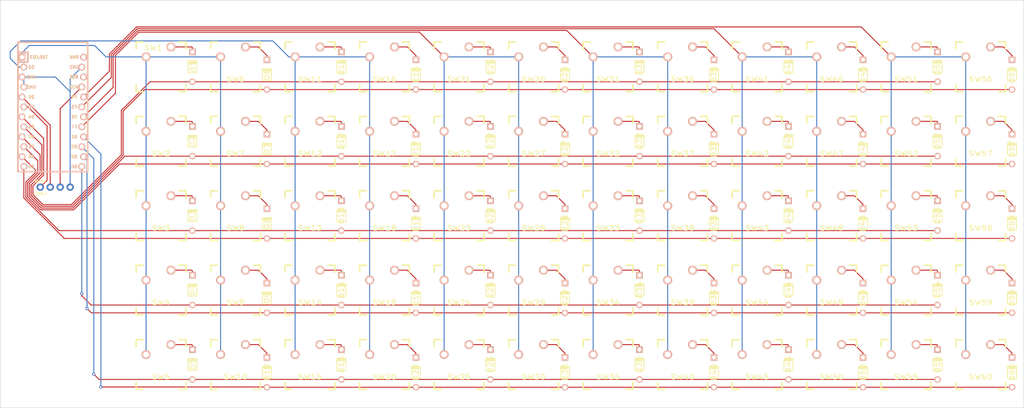
<source format=kicad_pcb>
(kicad_pcb (version 20171130) (host pcbnew 5.1.5)
  (layers (0 F.Cu signal) (31 B.Cu signal) (34 B.Paste user) (35 F.Paste user) (36 B.SilkS user hide) (37 F.SilkS user) (38 B.Mask user hide) (39 F.Mask user) (44 Edge.Cuts user))
  (net 0 "")
  (net 1 "Net-(D1-Pad2)")
  (net 2 B0A)
  (net 3 "Net-(D2-Pad2)")
  (net 4 B1A)
  (net 5 "Net-(D3-Pad2)")
  (net 6 "Net-(D4-Pad2)")
  (net 7 B3A)
  (net 8 "Net-(D5-Pad2)")
  (net 9 B4A)
  (net 10 "Net-(D6-Pad2)")
  (net 11 B0B)
  (net 12 "Net-(D7-Pad2)")
  (net 13 B1B)
  (net 14 "Net-(D8-Pad2)")
  (net 15 B2B)
  (net 16 "Net-(D9-Pad2)")
  (net 17 B3B)
  (net 18 "Net-(D10-Pad2)")
  (net 19 B4B)
  (net 20 "Net-(D11-Pad2)")
  (net 21 "Net-(D12-Pad2)")
  (net 22 "Net-(D13-Pad2)")
  (net 23 "Net-(D14-Pad2)")
  (net 24 "Net-(D15-Pad2)")
  (net 25 "Net-(D16-Pad2)")
  (net 26 "Net-(D17-Pad2)")
  (net 27 "Net-(D18-Pad2)")
  (net 28 "Net-(D19-Pad2)")
  (net 29 "Net-(D20-Pad2)")
  (net 30 "Net-(D21-Pad2)")
  (net 31 "Net-(D22-Pad2)")
  (net 32 "Net-(D23-Pad2)")
  (net 33 "Net-(D24-Pad2)")
  (net 34 "Net-(D25-Pad2)")
  (net 35 "Net-(D26-Pad2)")
  (net 36 "Net-(D27-Pad2)")
  (net 37 "Net-(D28-Pad2)")
  (net 38 "Net-(D29-Pad2)")
  (net 39 "Net-(D30-Pad2)")
  (net 40 "Net-(D31-Pad2)")
  (net 41 "Net-(D32-Pad2)")
  (net 42 "Net-(D33-Pad2)")
  (net 43 "Net-(D34-Pad2)")
  (net 44 "Net-(D35-Pad2)")
  (net 45 "Net-(D36-Pad2)")
  (net 46 "Net-(D37-Pad2)")
  (net 47 "Net-(D38-Pad2)")
  (net 48 "Net-(D39-Pad2)")
  (net 49 "Net-(D40-Pad2)")
  (net 50 "Net-(D41-Pad2)")
  (net 51 "Net-(D42-Pad2)")
  (net 52 "Net-(D43-Pad2)")
  (net 53 "Net-(D44-Pad2)")
  (net 54 "Net-(D45-Pad2)")
  (net 55 "Net-(D46-Pad2)")
  (net 56 "Net-(D47-Pad2)")
  (net 57 "Net-(D48-Pad2)")
  (net 58 "Net-(D49-Pad2)")
  (net 59 "Net-(D50-Pad2)")
  (net 60 "Net-(D51-Pad2)")
  (net 61 "Net-(D52-Pad2)")
  (net 62 "Net-(D53-Pad2)")
  (net 63 "Net-(D54-Pad2)")
  (net 64 "Net-(D55-Pad2)")
  (net 65 "Net-(D56-Pad2)")
  (net 66 "Net-(D57-Pad2)")
  (net 67 "Net-(D58-Pad2)")
  (net 68 "Net-(D59-Pad2)")
  (net 69 "Net-(D60-Pad2)")
  (net 70 GND)
  (net 71 VCC)
  (net 72 SCL)
  (net 73 SDA)
  (net 74 K01)
  (net 75 K23)
  (net 76 K45)
  (net 77 K67)
  (net 78 K89)
  (net 79 KAA)
  (net 80 "Net-(U1-Pad24)")
  (net 81 "Net-(U1-Pad22)")
  (net 82 B2A)
  (module Connectors:1X04_NO_SILK (layer F.Cu) (at 29.20746 70.72376)
    (fp_text reference OLED1 (at 0 -1.524) (layer F.SilkS) (effects (font (size 0.6096 0.6096) (thickness 0.127))))
    (fp_text value CONN_4 (at 0 1.651) (layer F.SilkS) (effects (font (size 0.6096 0.6096) (thickness 0.127))))
    (pad 4 thru_hole circle (at 7.62 0) (size 1.8796 1.8796) (drill 1.016) (layers *.Cu *.Mask) (net 70 GND))
    (pad 3 thru_hole circle (at 5.08 0) (size 1.8796 1.8796) (drill 1.016) (layers *.Cu *.Mask) (net 71 VCC))
    (pad 2 thru_hole circle (at 2.54 0) (size 1.8796 1.8796) (drill 1.016) (layers *.Cu *.Mask) (net 72 SCL))
    (pad 1 thru_hole circle (at 0 0) (size 1.8796 1.8796) (drill 1.016) (layers *.Cu *.Mask) (net 73 SDA))
  )
  (module Keebio-Parts.pretty:ArduinoProMicro-ZigZag (layer F.Cu) (at 32.40278 51.50866 270)
    (fp_text reference U1 hide)
    (fp_text value ProMicro hide)
    (fp_text user ST (at -8.91 -5.04) (layer B.SilkS) (effects (font (size 0.8 0.8)) (justify mirror)))
    (fp_text user TX0/D3 (at -13.97 3.571872) (layer F.SilkS) (effects (font (size 0.8 0.8))))
    (fp_text user TX0/D3 (at -13.97 3.571872) (layer B.SilkS) (effects (font (size 0.8 0.8)) (justify mirror)))
    (fp_text user D2 (at -11.43 5.461) (layer F.SilkS) (effects (font (size 0.8 0.8))))
    (fp_text user D0 (at -1.27 5.461) (layer F.SilkS) (effects (font (size 0.8 0.8))))
    (fp_text user D1 (at -3.81 5.461) (layer F.SilkS) (effects (font (size 0.8 0.8))))
    (fp_text user GND (at -6.35 5.461) (layer F.SilkS) (effects (font (size 0.8 0.8))))
    (fp_text user GND (at -8.89 5.461) (layer F.SilkS) (effects (font (size 0.8 0.8))))
    (fp_text user D4 (at 1.27 5.461) (layer F.SilkS) (effects (font (size 0.8 0.8))))
    (fp_text user C6 (at 3.81 5.461) (layer F.SilkS) (effects (font (size 0.8 0.8))))
    (fp_text user D7 (at 6.35 5.461) (layer F.SilkS) (effects (font (size 0.8 0.8))))
    (fp_text user E6 (at 8.89 5.461) (layer F.SilkS) (effects (font (size 0.8 0.8))))
    (fp_text user B4 (at 11.43 5.461) (layer F.SilkS) (effects (font (size 0.8 0.8))))
    (fp_text user B5 (at 13.97 5.461) (layer F.SilkS) (effects (font (size 0.8 0.8))))
    (fp_text user B6 (at 13.97 -5.461) (layer F.SilkS) (effects (font (size 0.8 0.8))))
    (fp_text user B2 (at 11.43 -5.461) (layer B.SilkS) (effects (font (size 0.8 0.8)) (justify mirror)))
    (fp_text user B3 (at 8.89 -5.461) (layer F.SilkS) (effects (font (size 0.8 0.8))))
    (fp_text user B1 (at 6.35 -5.461) (layer F.SilkS) (effects (font (size 0.8 0.8))))
    (fp_text user F7 (at 3.81 -5.461) (layer B.SilkS) (effects (font (size 0.8 0.8)) (justify mirror)))
    (fp_text user F6 (at 1.27 -5.461) (layer B.SilkS) (effects (font (size 0.8 0.8)) (justify mirror)))
    (fp_text user F5 (at -1.27 -5.461) (layer B.SilkS) (effects (font (size 0.8 0.8)) (justify mirror)))
    (fp_text user F4 (at -3.81 -5.461) (layer F.SilkS) (effects (font (size 0.8 0.8))))
    (fp_text user VCC (at -6.35 -5.461) (layer F.SilkS) (effects (font (size 0.8 0.8))))
    (fp_text user ST (at -8.92 -5.73312) (layer F.SilkS) (effects (font (size 0.8 0.8))))
    (fp_text user GND (at -11.43 -5.461) (layer F.SilkS) (effects (font (size 0.8 0.8))))
    (fp_text user RAW (at -13.97 -5.461) (layer F.SilkS) (effects (font (size 0.8 0.8))))
    (fp_text user RAW (at -13.97 -5.461) (layer B.SilkS) (effects (font (size 0.8 0.8)) (justify mirror)))
    (fp_text user GND (at -11.43 -5.461) (layer B.SilkS) (effects (font (size 0.8 0.8)) (justify mirror)))
    (fp_text user VCC (at -6.35 -5.461) (layer B.SilkS) (effects (font (size 0.8 0.8)) (justify mirror)))
    (fp_text user F4 (at -3.81 -5.461) (layer B.SilkS) (effects (font (size 0.8 0.8)) (justify mirror)))
    (fp_text user F5 (at -1.27 -5.461) (layer F.SilkS) (effects (font (size 0.8 0.8))))
    (fp_text user F6 (at 1.27 -5.461) (layer F.SilkS) (effects (font (size 0.8 0.8))))
    (fp_text user F7 (at 3.81 -5.461) (layer F.SilkS) (effects (font (size 0.8 0.8))))
    (fp_text user B1 (at 6.35 -5.461) (layer B.SilkS) (effects (font (size 0.8 0.8)) (justify mirror)))
    (fp_text user B3 (at 8.89 -5.461) (layer B.SilkS) (effects (font (size 0.8 0.8)) (justify mirror)))
    (fp_text user B2 (at 11.43 -5.461) (layer F.SilkS) (effects (font (size 0.8 0.8))))
    (fp_text user B6 (at 13.97 -5.461) (layer B.SilkS) (effects (font (size 0.8 0.8)) (justify mirror)))
    (fp_text user B5 (at 13.97 5.461) (layer B.SilkS) (effects (font (size 0.8 0.8)) (justify mirror)))
    (fp_text user B4 (at 11.43 5.461) (layer B.SilkS) (effects (font (size 0.8 0.8)) (justify mirror)))
    (fp_text user E6 (at 8.89 5.461) (layer B.SilkS) (effects (font (size 0.8 0.8)) (justify mirror)))
    (fp_text user D7 (at 6.35 5.461) (layer B.SilkS) (effects (font (size 0.8 0.8)) (justify mirror)))
    (fp_text user C6 (at 3.81 5.461) (layer B.SilkS) (effects (font (size 0.8 0.8)) (justify mirror)))
    (fp_text user D4 (at 1.27 5.461) (layer B.SilkS) (effects (font (size 0.8 0.8)) (justify mirror)))
    (fp_text user GND (at -8.89 5.461) (layer B.SilkS) (effects (font (size 0.8 0.8)) (justify mirror)))
    (fp_text user GND (at -6.35 5.461) (layer B.SilkS) (effects (font (size 0.8 0.8)) (justify mirror)))
    (fp_text user D1 (at -3.81 5.461) (layer B.SilkS) (effects (font (size 0.8 0.8)) (justify mirror)))
    (fp_text user D0 (at -1.27 5.461) (layer B.SilkS) (effects (font (size 0.8 0.8)) (justify mirror)))
    (fp_text user D2 (at -11.43 5.461) (layer B.SilkS) (effects (font (size 0.8 0.8)) (justify mirror)))
    (pad 24 thru_hole circle (at -13.97 -7.8486 270) (size 1.7526 1.7526) (drill 1.0922) (layers *.Cu *.SilkS *.Mask) (net 80 "Net-(U1-Pad24)"))
    (pad 12 thru_hole circle (at 13.97 7.3914 270) (size 1.7526 1.7526) (drill 1.0922) (layers *.Cu *.SilkS *.Mask) (net 15 B2B))
    (pad 23 thru_hole circle (at -11.43 -7.3914 270) (size 1.7526 1.7526) (drill 1.0922) (layers *.Cu *.SilkS *.Mask) (net 70 GND))
    (pad 22 thru_hole circle (at -8.89 -7.8486 270) (size 1.7526 1.7526) (drill 1.0922) (layers *.Cu *.SilkS *.Mask) (net 81 "Net-(U1-Pad22)"))
    (pad 21 thru_hole circle (at -6.35 -7.3914 270) (size 1.7526 1.7526) (drill 1.0922) (layers *.Cu *.SilkS *.Mask) (net 71 VCC))
    (pad 20 thru_hole circle (at -3.81 -7.8486 270) (size 1.7526 1.7526) (drill 1.0922) (layers *.Cu *.SilkS *.Mask) (net 79 KAA))
    (pad 19 thru_hole circle (at -1.27 -7.3914 270) (size 1.7526 1.7526) (drill 1.0922) (layers *.Cu *.SilkS *.Mask) (net 78 K89))
    (pad 18 thru_hole circle (at 1.27 -7.8486 270) (size 1.7526 1.7526) (drill 1.0922) (layers *.Cu *.SilkS *.Mask) (net 77 K67))
    (pad 17 thru_hole circle (at 3.81 -7.3914 270) (size 1.7526 1.7526) (drill 1.0922) (layers *.Cu *.SilkS *.Mask) (net 76 K45))
    (pad 16 thru_hole circle (at 6.35 -7.8486 270) (size 1.7526 1.7526) (drill 1.0922) (layers *.Cu *.SilkS *.Mask) (net 19 B4B))
    (pad 15 thru_hole circle (at 8.89 -7.3914 270) (size 1.7526 1.7526) (drill 1.0922) (layers *.Cu *.SilkS *.Mask) (net 9 B4A))
    (pad 14 thru_hole circle (at 11.43 -7.8486 270) (size 1.7526 1.7526) (drill 1.0922) (layers *.Cu *.SilkS *.Mask) (net 17 B3B))
    (pad 13 thru_hole circle (at 13.97 -7.3914 270) (size 1.7526 1.7526) (drill 1.0922) (layers *.Cu *.SilkS *.Mask) (net 7 B3A))
    (pad 11 thru_hole circle (at 11.43 7.8486 270) (size 1.7526 1.7526) (drill 1.0922) (layers *.Cu *.SilkS *.Mask) (net 82 B2A))
    (pad 10 thru_hole circle (at 8.89 7.3914 270) (size 1.7526 1.7526) (drill 1.0922) (layers *.Cu *.SilkS *.Mask) (net 13 B1B))
    (pad 9 thru_hole circle (at 6.35 7.8486 270) (size 1.7526 1.7526) (drill 1.0922) (layers *.Cu *.SilkS *.Mask) (net 4 B1A))
    (pad 8 thru_hole circle (at 3.81 7.3914 270) (size 1.7526 1.7526) (drill 1.0922) (layers *.Cu *.SilkS *.Mask) (net 11 B0B))
    (pad 7 thru_hole circle (at 1.27 7.8486 270) (size 1.7526 1.7526) (drill 1.0922) (layers *.Cu *.SilkS *.Mask) (net 2 B0A))
    (pad 6 thru_hole circle (at -1.27 7.3914 270) (size 1.7526 1.7526) (drill 1.0922) (layers *.Cu *.SilkS *.Mask) (net 73 SDA))
    (pad 5 thru_hole circle (at -3.81 7.8486 270) (size 1.7526 1.7526) (drill 1.0922) (layers *.Cu *.SilkS *.Mask) (net 72 SCL))
    (pad 4 thru_hole circle (at -6.35 7.3914 270) (size 1.7526 1.7526) (drill 1.0922) (layers *.Cu *.SilkS *.Mask) (net 70 GND))
    (pad 3 thru_hole circle (at -8.89 7.8486 270) (size 1.7526 1.7526) (drill 1.0922) (layers *.Cu *.SilkS *.Mask) (net 70 GND))
    (pad 2 thru_hole circle (at -11.43 7.3914 270) (size 1.7526 1.7526) (drill 1.0922) (layers *.Cu *.SilkS *.Mask) (net 75 K23))
    (pad 1 thru_hole rect (at -13.97 7.8486 270) (size 1.7526 1.7526) (drill 1.0922) (layers *.Cu *.SilkS *.Mask) (net 74 K01))
  )
  (module Keebio-Parts.pretty:MX_Plate_100H (layer F.Cu) (at 269 116)
    (fp_text reference SW60 (at 0 3.175) (layer F.SilkS) (effects (font (size 1.27 1.524) (thickness 0.2032))))
    (fp_text value SW_PUSH hide)
    (pad HOLE np_thru_hole circle (at 0 0) (size 3.9878 3.9878) (drill 3.9878) (layers *.Cu))
    (pad 2 thru_hole circle (at -3.81 -2.54) (size 2.286 2.286) (drill 1.4986) (layers *.Cu *.SilkS *.Mask) (net 79 KAA))
    (pad 1 thru_hole circle (at 2.54 -5.08) (size 2.286 2.286) (drill 1.4986) (layers *.Cu *.SilkS *.Mask) (net 69 "Net-(D60-Pad2)"))
  )
  (module Keebio-Parts.pretty:MX_Plate_100H (layer F.Cu) (at 269 97)
    (fp_text reference SW59 (at 0 3.175) (layer F.SilkS) (effects (font (size 1.27 1.524) (thickness 0.2032))))
    (fp_text value SW_PUSH hide)
    (pad HOLE np_thru_hole circle (at 0 0) (size 3.9878 3.9878) (drill 3.9878) (layers *.Cu))
    (pad 2 thru_hole circle (at -3.81 -2.54) (size 2.286 2.286) (drill 1.4986) (layers *.Cu *.SilkS *.Mask) (net 79 KAA))
    (pad 1 thru_hole circle (at 2.54 -5.08) (size 2.286 2.286) (drill 1.4986) (layers *.Cu *.SilkS *.Mask) (net 68 "Net-(D59-Pad2)"))
  )
  (module Keebio-Parts.pretty:MX_Plate_100H (layer F.Cu) (at 269 78)
    (fp_text reference SW58 (at 0 3.175) (layer F.SilkS) (effects (font (size 1.27 1.524) (thickness 0.2032))))
    (fp_text value SW_PUSH hide)
    (pad HOLE np_thru_hole circle (at 0 0) (size 3.9878 3.9878) (drill 3.9878) (layers *.Cu))
    (pad 2 thru_hole circle (at -3.81 -2.54) (size 2.286 2.286) (drill 1.4986) (layers *.Cu *.SilkS *.Mask) (net 79 KAA))
    (pad 1 thru_hole circle (at 2.54 -5.08) (size 2.286 2.286) (drill 1.4986) (layers *.Cu *.SilkS *.Mask) (net 67 "Net-(D58-Pad2)"))
  )
  (module Keebio-Parts.pretty:MX_Plate_100H (layer F.Cu) (at 269 59)
    (fp_text reference SW57 (at 0 3.175) (layer F.SilkS) (effects (font (size 1.27 1.524) (thickness 0.2032))))
    (fp_text value SW_PUSH hide)
    (pad HOLE np_thru_hole circle (at 0 0) (size 3.9878 3.9878) (drill 3.9878) (layers *.Cu))
    (pad 2 thru_hole circle (at -3.81 -2.54) (size 2.286 2.286) (drill 1.4986) (layers *.Cu *.SilkS *.Mask) (net 79 KAA))
    (pad 1 thru_hole circle (at 2.54 -5.08) (size 2.286 2.286) (drill 1.4986) (layers *.Cu *.SilkS *.Mask) (net 66 "Net-(D57-Pad2)"))
  )
  (module Keebio-Parts.pretty:MX_Plate_100H (layer F.Cu) (at 269 40)
    (fp_text reference SW56 (at 0 3.175) (layer F.SilkS) (effects (font (size 1.27 1.524) (thickness 0.2032))))
    (fp_text value SW_PUSH hide)
    (pad HOLE np_thru_hole circle (at 0 0) (size 3.9878 3.9878) (drill 3.9878) (layers *.Cu))
    (pad 2 thru_hole circle (at -3.81 -2.54) (size 2.286 2.286) (drill 1.4986) (layers *.Cu *.SilkS *.Mask) (net 79 KAA))
    (pad 1 thru_hole circle (at 2.54 -5.08) (size 2.286 2.286) (drill 1.4986) (layers *.Cu *.SilkS *.Mask) (net 65 "Net-(D56-Pad2)"))
  )
  (module Keebio-Parts.pretty:MX_Plate_100H (layer F.Cu) (at 250 116)
    (fp_text reference SW55 (at 0 3.175) (layer F.SilkS) (effects (font (size 1.27 1.524) (thickness 0.2032))))
    (fp_text value SW_PUSH hide)
    (pad HOLE np_thru_hole circle (at 0 0) (size 3.9878 3.9878) (drill 3.9878) (layers *.Cu))
    (pad 2 thru_hole circle (at -3.81 -2.54) (size 2.286 2.286) (drill 1.4986) (layers *.Cu *.SilkS *.Mask) (net 79 KAA))
    (pad 1 thru_hole circle (at 2.54 -5.08) (size 2.286 2.286) (drill 1.4986) (layers *.Cu *.SilkS *.Mask) (net 64 "Net-(D55-Pad2)"))
  )
  (module Keebio-Parts.pretty:MX_Plate_100H (layer F.Cu) (at 250 97)
    (fp_text reference SW54 (at 0 3.175) (layer F.SilkS) (effects (font (size 1.27 1.524) (thickness 0.2032))))
    (fp_text value SW_PUSH hide)
    (pad HOLE np_thru_hole circle (at 0 0) (size 3.9878 3.9878) (drill 3.9878) (layers *.Cu))
    (pad 2 thru_hole circle (at -3.81 -2.54) (size 2.286 2.286) (drill 1.4986) (layers *.Cu *.SilkS *.Mask) (net 79 KAA))
    (pad 1 thru_hole circle (at 2.54 -5.08) (size 2.286 2.286) (drill 1.4986) (layers *.Cu *.SilkS *.Mask) (net 63 "Net-(D54-Pad2)"))
  )
  (module Keebio-Parts.pretty:MX_Plate_100H (layer F.Cu) (at 250 78)
    (fp_text reference SW53 (at 0 3.175) (layer F.SilkS) (effects (font (size 1.27 1.524) (thickness 0.2032))))
    (fp_text value SW_PUSH hide)
    (pad HOLE np_thru_hole circle (at 0 0) (size 3.9878 3.9878) (drill 3.9878) (layers *.Cu))
    (pad 2 thru_hole circle (at -3.81 -2.54) (size 2.286 2.286) (drill 1.4986) (layers *.Cu *.SilkS *.Mask) (net 79 KAA))
    (pad 1 thru_hole circle (at 2.54 -5.08) (size 2.286 2.286) (drill 1.4986) (layers *.Cu *.SilkS *.Mask) (net 62 "Net-(D53-Pad2)"))
  )
  (module Keebio-Parts.pretty:MX_Plate_100H (layer F.Cu) (at 250 59)
    (fp_text reference SW52 (at 0 3.175) (layer F.SilkS) (effects (font (size 1.27 1.524) (thickness 0.2032))))
    (fp_text value SW_PUSH hide)
    (pad HOLE np_thru_hole circle (at 0 0) (size 3.9878 3.9878) (drill 3.9878) (layers *.Cu))
    (pad 2 thru_hole circle (at -3.81 -2.54) (size 2.286 2.286) (drill 1.4986) (layers *.Cu *.SilkS *.Mask) (net 79 KAA))
    (pad 1 thru_hole circle (at 2.54 -5.08) (size 2.286 2.286) (drill 1.4986) (layers *.Cu *.SilkS *.Mask) (net 61 "Net-(D52-Pad2)"))
  )
  (module Keebio-Parts.pretty:MX_Plate_100H (layer F.Cu) (at 250 40)
    (fp_text reference SW51 (at 0 3.175) (layer F.SilkS) (effects (font (size 1.27 1.524) (thickness 0.2032))))
    (fp_text value SW_PUSH hide)
    (pad HOLE np_thru_hole circle (at 0 0) (size 3.9878 3.9878) (drill 3.9878) (layers *.Cu))
    (pad 2 thru_hole circle (at -3.81 -2.54) (size 2.286 2.286) (drill 1.4986) (layers *.Cu *.SilkS *.Mask) (net 79 KAA))
    (pad 1 thru_hole circle (at 2.54 -5.08) (size 2.286 2.286) (drill 1.4986) (layers *.Cu *.SilkS *.Mask) (net 60 "Net-(D51-Pad2)"))
  )
  (module Keebio-Parts.pretty:MX_Plate_100H (layer F.Cu) (at 231 116)
    (fp_text reference SW50 (at 0 3.175) (layer F.SilkS) (effects (font (size 1.27 1.524) (thickness 0.2032))))
    (fp_text value SW_PUSH hide)
    (pad HOLE np_thru_hole circle (at 0 0) (size 3.9878 3.9878) (drill 3.9878) (layers *.Cu))
    (pad 2 thru_hole circle (at -3.81 -2.54) (size 2.286 2.286) (drill 1.4986) (layers *.Cu *.SilkS *.Mask) (net 78 K89))
    (pad 1 thru_hole circle (at 2.54 -5.08) (size 2.286 2.286) (drill 1.4986) (layers *.Cu *.SilkS *.Mask) (net 59 "Net-(D50-Pad2)"))
  )
  (module Keebio-Parts.pretty:MX_Plate_100H (layer F.Cu) (at 231 97)
    (fp_text reference SW49 (at 0 3.175) (layer F.SilkS) (effects (font (size 1.27 1.524) (thickness 0.2032))))
    (fp_text value SW_PUSH hide)
    (pad HOLE np_thru_hole circle (at 0 0) (size 3.9878 3.9878) (drill 3.9878) (layers *.Cu))
    (pad 2 thru_hole circle (at -3.81 -2.54) (size 2.286 2.286) (drill 1.4986) (layers *.Cu *.SilkS *.Mask) (net 78 K89))
    (pad 1 thru_hole circle (at 2.54 -5.08) (size 2.286 2.286) (drill 1.4986) (layers *.Cu *.SilkS *.Mask) (net 58 "Net-(D49-Pad2)"))
  )
  (module Keebio-Parts.pretty:MX_Plate_100H (layer F.Cu) (at 231 78)
    (fp_text reference SW48 (at 0 3.175) (layer F.SilkS) (effects (font (size 1.27 1.524) (thickness 0.2032))))
    (fp_text value SW_PUSH hide)
    (pad HOLE np_thru_hole circle (at 0 0) (size 3.9878 3.9878) (drill 3.9878) (layers *.Cu))
    (pad 2 thru_hole circle (at -3.81 -2.54) (size 2.286 2.286) (drill 1.4986) (layers *.Cu *.SilkS *.Mask) (net 78 K89))
    (pad 1 thru_hole circle (at 2.54 -5.08) (size 2.286 2.286) (drill 1.4986) (layers *.Cu *.SilkS *.Mask) (net 57 "Net-(D48-Pad2)"))
  )
  (module Keebio-Parts.pretty:MX_Plate_100H (layer F.Cu) (at 231 59)
    (fp_text reference SW47 (at 0 3.175) (layer F.SilkS) (effects (font (size 1.27 1.524) (thickness 0.2032))))
    (fp_text value SW_PUSH hide)
    (pad HOLE np_thru_hole circle (at 0 0) (size 3.9878 3.9878) (drill 3.9878) (layers *.Cu))
    (pad 2 thru_hole circle (at -3.81 -2.54) (size 2.286 2.286) (drill 1.4986) (layers *.Cu *.SilkS *.Mask) (net 78 K89))
    (pad 1 thru_hole circle (at 2.54 -5.08) (size 2.286 2.286) (drill 1.4986) (layers *.Cu *.SilkS *.Mask) (net 56 "Net-(D47-Pad2)"))
  )
  (module Keebio-Parts.pretty:MX_Plate_100H (layer F.Cu) (at 231 40)
    (fp_text reference SW46 (at 0 3.175) (layer F.SilkS) (effects (font (size 1.27 1.524) (thickness 0.2032))))
    (fp_text value SW_PUSH hide)
    (pad HOLE np_thru_hole circle (at 0 0) (size 3.9878 3.9878) (drill 3.9878) (layers *.Cu))
    (pad 2 thru_hole circle (at -3.81 -2.54) (size 2.286 2.286) (drill 1.4986) (layers *.Cu *.SilkS *.Mask) (net 78 K89))
    (pad 1 thru_hole circle (at 2.54 -5.08) (size 2.286 2.286) (drill 1.4986) (layers *.Cu *.SilkS *.Mask) (net 55 "Net-(D46-Pad2)"))
  )
  (module Keebio-Parts.pretty:MX_Plate_100H (layer F.Cu) (at 212 116)
    (fp_text reference SW45 (at 0 3.175) (layer F.SilkS) (effects (font (size 1.27 1.524) (thickness 0.2032))))
    (fp_text value SW_PUSH hide)
    (pad HOLE np_thru_hole circle (at 0 0) (size 3.9878 3.9878) (drill 3.9878) (layers *.Cu))
    (pad 2 thru_hole circle (at -3.81 -2.54) (size 2.286 2.286) (drill 1.4986) (layers *.Cu *.SilkS *.Mask) (net 78 K89))
    (pad 1 thru_hole circle (at 2.54 -5.08) (size 2.286 2.286) (drill 1.4986) (layers *.Cu *.SilkS *.Mask) (net 54 "Net-(D45-Pad2)"))
  )
  (module Keebio-Parts.pretty:MX_Plate_100H (layer F.Cu) (at 212 97)
    (fp_text reference SW44 (at 0 3.175) (layer F.SilkS) (effects (font (size 1.27 1.524) (thickness 0.2032))))
    (fp_text value SW_PUSH hide)
    (pad HOLE np_thru_hole circle (at 0 0) (size 3.9878 3.9878) (drill 3.9878) (layers *.Cu))
    (pad 2 thru_hole circle (at -3.81 -2.54) (size 2.286 2.286) (drill 1.4986) (layers *.Cu *.SilkS *.Mask) (net 78 K89))
    (pad 1 thru_hole circle (at 2.54 -5.08) (size 2.286 2.286) (drill 1.4986) (layers *.Cu *.SilkS *.Mask) (net 53 "Net-(D44-Pad2)"))
  )
  (module Keebio-Parts.pretty:MX_Plate_100H (layer F.Cu) (at 212 78)
    (fp_text reference SW43 (at 0 3.175) (layer F.SilkS) (effects (font (size 1.27 1.524) (thickness 0.2032))))
    (fp_text value SW_PUSH hide)
    (pad HOLE np_thru_hole circle (at 0 0) (size 3.9878 3.9878) (drill 3.9878) (layers *.Cu))
    (pad 2 thru_hole circle (at -3.81 -2.54) (size 2.286 2.286) (drill 1.4986) (layers *.Cu *.SilkS *.Mask) (net 78 K89))
    (pad 1 thru_hole circle (at 2.54 -5.08) (size 2.286 2.286) (drill 1.4986) (layers *.Cu *.SilkS *.Mask) (net 52 "Net-(D43-Pad2)"))
  )
  (module Keebio-Parts.pretty:MX_Plate_100H (layer F.Cu) (at 212 59)
    (fp_text reference SW42 (at 0 3.175) (layer F.SilkS) (effects (font (size 1.27 1.524) (thickness 0.2032))))
    (fp_text value SW_PUSH hide)
    (pad HOLE np_thru_hole circle (at 0 0) (size 3.9878 3.9878) (drill 3.9878) (layers *.Cu))
    (pad 2 thru_hole circle (at -3.81 -2.54) (size 2.286 2.286) (drill 1.4986) (layers *.Cu *.SilkS *.Mask) (net 78 K89))
    (pad 1 thru_hole circle (at 2.54 -5.08) (size 2.286 2.286) (drill 1.4986) (layers *.Cu *.SilkS *.Mask) (net 51 "Net-(D42-Pad2)"))
  )
  (module Keebio-Parts.pretty:MX_Plate_100H (layer F.Cu) (at 212 40)
    (fp_text reference SW41 (at 0 3.175) (layer F.SilkS) (effects (font (size 1.27 1.524) (thickness 0.2032))))
    (fp_text value SW_PUSH hide)
    (pad HOLE np_thru_hole circle (at 0 0) (size 3.9878 3.9878) (drill 3.9878) (layers *.Cu))
    (pad 2 thru_hole circle (at -3.81 -2.54) (size 2.286 2.286) (drill 1.4986) (layers *.Cu *.SilkS *.Mask) (net 78 K89))
    (pad 1 thru_hole circle (at 2.54 -5.08) (size 2.286 2.286) (drill 1.4986) (layers *.Cu *.SilkS *.Mask) (net 50 "Net-(D41-Pad2)"))
  )
  (module Keebio-Parts.pretty:MX_Plate_100H (layer F.Cu) (at 193 116)
    (fp_text reference SW40 (at 0 3.175) (layer F.SilkS) (effects (font (size 1.27 1.524) (thickness 0.2032))))
    (fp_text value SW_PUSH hide)
    (pad HOLE np_thru_hole circle (at 0 0) (size 3.9878 3.9878) (drill 3.9878) (layers *.Cu))
    (pad 2 thru_hole circle (at -3.81 -2.54) (size 2.286 2.286) (drill 1.4986) (layers *.Cu *.SilkS *.Mask) (net 77 K67))
    (pad 1 thru_hole circle (at 2.54 -5.08) (size 2.286 2.286) (drill 1.4986) (layers *.Cu *.SilkS *.Mask) (net 49 "Net-(D40-Pad2)"))
  )
  (module Keebio-Parts.pretty:MX_Plate_100H (layer F.Cu) (at 193 97)
    (fp_text reference SW39 (at 0 3.175) (layer F.SilkS) (effects (font (size 1.27 1.524) (thickness 0.2032))))
    (fp_text value SW_PUSH hide)
    (pad HOLE np_thru_hole circle (at 0 0) (size 3.9878 3.9878) (drill 3.9878) (layers *.Cu))
    (pad 2 thru_hole circle (at -3.81 -2.54) (size 2.286 2.286) (drill 1.4986) (layers *.Cu *.SilkS *.Mask) (net 77 K67))
    (pad 1 thru_hole circle (at 2.54 -5.08) (size 2.286 2.286) (drill 1.4986) (layers *.Cu *.SilkS *.Mask) (net 48 "Net-(D39-Pad2)"))
  )
  (module Keebio-Parts.pretty:MX_Plate_100H (layer F.Cu) (at 193 78)
    (fp_text reference SW38 (at 0 3.175) (layer F.SilkS) (effects (font (size 1.27 1.524) (thickness 0.2032))))
    (fp_text value SW_PUSH hide)
    (pad HOLE np_thru_hole circle (at 0 0) (size 3.9878 3.9878) (drill 3.9878) (layers *.Cu))
    (pad 2 thru_hole circle (at -3.81 -2.54) (size 2.286 2.286) (drill 1.4986) (layers *.Cu *.SilkS *.Mask) (net 77 K67))
    (pad 1 thru_hole circle (at 2.54 -5.08) (size 2.286 2.286) (drill 1.4986) (layers *.Cu *.SilkS *.Mask) (net 47 "Net-(D38-Pad2)"))
  )
  (module Keebio-Parts.pretty:MX_Plate_100H (layer F.Cu) (at 193 59)
    (fp_text reference SW37 (at 0 3.175) (layer F.SilkS) (effects (font (size 1.27 1.524) (thickness 0.2032))))
    (fp_text value SW_PUSH hide)
    (pad HOLE np_thru_hole circle (at 0 0) (size 3.9878 3.9878) (drill 3.9878) (layers *.Cu))
    (pad 2 thru_hole circle (at -3.81 -2.54) (size 2.286 2.286) (drill 1.4986) (layers *.Cu *.SilkS *.Mask) (net 77 K67))
    (pad 1 thru_hole circle (at 2.54 -5.08) (size 2.286 2.286) (drill 1.4986) (layers *.Cu *.SilkS *.Mask) (net 46 "Net-(D37-Pad2)"))
  )
  (module Keebio-Parts.pretty:MX_Plate_100H (layer F.Cu) (at 193 40)
    (fp_text reference SW36 (at 0 3.175) (layer F.SilkS) (effects (font (size 1.27 1.524) (thickness 0.2032))))
    (fp_text value SW_PUSH hide)
    (pad HOLE np_thru_hole circle (at 0 0) (size 3.9878 3.9878) (drill 3.9878) (layers *.Cu))
    (pad 2 thru_hole circle (at -3.81 -2.54) (size 2.286 2.286) (drill 1.4986) (layers *.Cu *.SilkS *.Mask) (net 77 K67))
    (pad 1 thru_hole circle (at 2.54 -5.08) (size 2.286 2.286) (drill 1.4986) (layers *.Cu *.SilkS *.Mask) (net 45 "Net-(D36-Pad2)"))
  )
  (module Keebio-Parts.pretty:MX_Plate_100H (layer F.Cu) (at 174 116)
    (fp_text reference SW35 (at 0 3.175) (layer F.SilkS) (effects (font (size 1.27 1.524) (thickness 0.2032))))
    (fp_text value SW_PUSH hide)
    (pad HOLE np_thru_hole circle (at 0 0) (size 3.9878 3.9878) (drill 3.9878) (layers *.Cu))
    (pad 2 thru_hole circle (at -3.81 -2.54) (size 2.286 2.286) (drill 1.4986) (layers *.Cu *.SilkS *.Mask) (net 77 K67))
    (pad 1 thru_hole circle (at 2.54 -5.08) (size 2.286 2.286) (drill 1.4986) (layers *.Cu *.SilkS *.Mask) (net 44 "Net-(D35-Pad2)"))
  )
  (module Keebio-Parts.pretty:MX_Plate_100H (layer F.Cu) (at 174 97)
    (fp_text reference SW34 (at 0 3.175) (layer F.SilkS) (effects (font (size 1.27 1.524) (thickness 0.2032))))
    (fp_text value SW_PUSH hide)
    (pad HOLE np_thru_hole circle (at 0 0) (size 3.9878 3.9878) (drill 3.9878) (layers *.Cu))
    (pad 2 thru_hole circle (at -3.81 -2.54) (size 2.286 2.286) (drill 1.4986) (layers *.Cu *.SilkS *.Mask) (net 77 K67))
    (pad 1 thru_hole circle (at 2.54 -5.08) (size 2.286 2.286) (drill 1.4986) (layers *.Cu *.SilkS *.Mask) (net 43 "Net-(D34-Pad2)"))
  )
  (module Keebio-Parts.pretty:MX_Plate_100H (layer F.Cu) (at 174 78)
    (fp_text reference SW33 (at 0 3.175) (layer F.SilkS) (effects (font (size 1.27 1.524) (thickness 0.2032))))
    (fp_text value SW_PUSH hide)
    (pad HOLE np_thru_hole circle (at 0 0) (size 3.9878 3.9878) (drill 3.9878) (layers *.Cu))
    (pad 2 thru_hole circle (at -3.81 -2.54) (size 2.286 2.286) (drill 1.4986) (layers *.Cu *.SilkS *.Mask) (net 77 K67))
    (pad 1 thru_hole circle (at 2.54 -5.08) (size 2.286 2.286) (drill 1.4986) (layers *.Cu *.SilkS *.Mask) (net 42 "Net-(D33-Pad2)"))
  )
  (module Keebio-Parts.pretty:MX_Plate_100H (layer F.Cu) (at 174 59)
    (fp_text reference SW32 (at 0 3.175) (layer F.SilkS) (effects (font (size 1.27 1.524) (thickness 0.2032))))
    (fp_text value SW_PUSH hide)
    (pad HOLE np_thru_hole circle (at 0 0) (size 3.9878 3.9878) (drill 3.9878) (layers *.Cu))
    (pad 2 thru_hole circle (at -3.81 -2.54) (size 2.286 2.286) (drill 1.4986) (layers *.Cu *.SilkS *.Mask) (net 77 K67))
    (pad 1 thru_hole circle (at 2.54 -5.08) (size 2.286 2.286) (drill 1.4986) (layers *.Cu *.SilkS *.Mask) (net 41 "Net-(D32-Pad2)"))
  )
  (module Keebio-Parts.pretty:MX_Plate_100H (layer F.Cu) (at 174 40)
    (fp_text reference SW31 (at 0 3.175) (layer F.SilkS) (effects (font (size 1.27 1.524) (thickness 0.2032))))
    (fp_text value SW_PUSH hide)
    (pad HOLE np_thru_hole circle (at 0 0) (size 3.9878 3.9878) (drill 3.9878) (layers *.Cu))
    (pad 2 thru_hole circle (at -3.81 -2.54) (size 2.286 2.286) (drill 1.4986) (layers *.Cu *.SilkS *.Mask) (net 77 K67))
    (pad 1 thru_hole circle (at 2.54 -5.08) (size 2.286 2.286) (drill 1.4986) (layers *.Cu *.SilkS *.Mask) (net 40 "Net-(D31-Pad2)"))
  )
  (module Keebio-Parts.pretty:MX_Plate_100H (layer F.Cu) (at 155 116)
    (fp_text reference SW30 (at 0 3.175) (layer F.SilkS) (effects (font (size 1.27 1.524) (thickness 0.2032))))
    (fp_text value SW_PUSH hide)
    (pad HOLE np_thru_hole circle (at 0 0) (size 3.9878 3.9878) (drill 3.9878) (layers *.Cu))
    (pad 2 thru_hole circle (at -3.81 -2.54) (size 2.286 2.286) (drill 1.4986) (layers *.Cu *.SilkS *.Mask) (net 76 K45))
    (pad 1 thru_hole circle (at 2.54 -5.08) (size 2.286 2.286) (drill 1.4986) (layers *.Cu *.SilkS *.Mask) (net 39 "Net-(D30-Pad2)"))
  )
  (module Keebio-Parts.pretty:MX_Plate_100H (layer F.Cu) (at 155 97)
    (fp_text reference SW29 (at 0 3.175) (layer F.SilkS) (effects (font (size 1.27 1.524) (thickness 0.2032))))
    (fp_text value SW_PUSH hide)
    (pad HOLE np_thru_hole circle (at 0 0) (size 3.9878 3.9878) (drill 3.9878) (layers *.Cu))
    (pad 2 thru_hole circle (at -3.81 -2.54) (size 2.286 2.286) (drill 1.4986) (layers *.Cu *.SilkS *.Mask) (net 76 K45))
    (pad 1 thru_hole circle (at 2.54 -5.08) (size 2.286 2.286) (drill 1.4986) (layers *.Cu *.SilkS *.Mask) (net 38 "Net-(D29-Pad2)"))
  )
  (module Keebio-Parts.pretty:MX_Plate_100H (layer F.Cu) (at 155 78)
    (fp_text reference SW28 (at 0 3.175) (layer F.SilkS) (effects (font (size 1.27 1.524) (thickness 0.2032))))
    (fp_text value SW_PUSH hide)
    (pad HOLE np_thru_hole circle (at 0 0) (size 3.9878 3.9878) (drill 3.9878) (layers *.Cu))
    (pad 2 thru_hole circle (at -3.81 -2.54) (size 2.286 2.286) (drill 1.4986) (layers *.Cu *.SilkS *.Mask) (net 76 K45))
    (pad 1 thru_hole circle (at 2.54 -5.08) (size 2.286 2.286) (drill 1.4986) (layers *.Cu *.SilkS *.Mask) (net 37 "Net-(D28-Pad2)"))
  )
  (module Keebio-Parts.pretty:MX_Plate_100H (layer F.Cu) (at 155 59)
    (fp_text reference SW27 (at 0 3.175) (layer F.SilkS) (effects (font (size 1.27 1.524) (thickness 0.2032))))
    (fp_text value SW_PUSH hide)
    (pad HOLE np_thru_hole circle (at 0 0) (size 3.9878 3.9878) (drill 3.9878) (layers *.Cu))
    (pad 2 thru_hole circle (at -3.81 -2.54) (size 2.286 2.286) (drill 1.4986) (layers *.Cu *.SilkS *.Mask) (net 76 K45))
    (pad 1 thru_hole circle (at 2.54 -5.08) (size 2.286 2.286) (drill 1.4986) (layers *.Cu *.SilkS *.Mask) (net 36 "Net-(D27-Pad2)"))
  )
  (module Keebio-Parts.pretty:MX_Plate_100H (layer F.Cu) (at 155 40)
    (fp_text reference SW26 (at 0 3.175) (layer F.SilkS) (effects (font (size 1.27 1.524) (thickness 0.2032))))
    (fp_text value SW_PUSH hide)
    (pad HOLE np_thru_hole circle (at 0 0) (size 3.9878 3.9878) (drill 3.9878) (layers *.Cu))
    (pad 2 thru_hole circle (at -3.81 -2.54) (size 2.286 2.286) (drill 1.4986) (layers *.Cu *.SilkS *.Mask) (net 76 K45))
    (pad 1 thru_hole circle (at 2.54 -5.08) (size 2.286 2.286) (drill 1.4986) (layers *.Cu *.SilkS *.Mask) (net 35 "Net-(D26-Pad2)"))
  )
  (module Keebio-Parts.pretty:MX_Plate_100H (layer F.Cu) (at 136 116)
    (fp_text reference SW25 (at 0 3.175) (layer F.SilkS) (effects (font (size 1.27 1.524) (thickness 0.2032))))
    (fp_text value SW_PUSH hide)
    (pad HOLE np_thru_hole circle (at 0 0) (size 3.9878 3.9878) (drill 3.9878) (layers *.Cu))
    (pad 2 thru_hole circle (at -3.81 -2.54) (size 2.286 2.286) (drill 1.4986) (layers *.Cu *.SilkS *.Mask) (net 76 K45))
    (pad 1 thru_hole circle (at 2.54 -5.08) (size 2.286 2.286) (drill 1.4986) (layers *.Cu *.SilkS *.Mask) (net 34 "Net-(D25-Pad2)"))
  )
  (module Keebio-Parts.pretty:MX_Plate_100H (layer F.Cu) (at 136 97)
    (fp_text reference SW24 (at 0 3.175) (layer F.SilkS) (effects (font (size 1.27 1.524) (thickness 0.2032))))
    (fp_text value SW_PUSH hide)
    (pad HOLE np_thru_hole circle (at 0 0) (size 3.9878 3.9878) (drill 3.9878) (layers *.Cu))
    (pad 2 thru_hole circle (at -3.81 -2.54) (size 2.286 2.286) (drill 1.4986) (layers *.Cu *.SilkS *.Mask) (net 76 K45))
    (pad 1 thru_hole circle (at 2.54 -5.08) (size 2.286 2.286) (drill 1.4986) (layers *.Cu *.SilkS *.Mask) (net 33 "Net-(D24-Pad2)"))
  )
  (module Keebio-Parts.pretty:MX_Plate_100H (layer F.Cu) (at 136 78)
    (fp_text reference SW23 (at 0 3.175) (layer F.SilkS) (effects (font (size 1.27 1.524) (thickness 0.2032))))
    (fp_text value SW_PUSH hide)
    (pad HOLE np_thru_hole circle (at 0 0) (size 3.9878 3.9878) (drill 3.9878) (layers *.Cu))
    (pad 2 thru_hole circle (at -3.81 -2.54) (size 2.286 2.286) (drill 1.4986) (layers *.Cu *.SilkS *.Mask) (net 76 K45))
    (pad 1 thru_hole circle (at 2.54 -5.08) (size 2.286 2.286) (drill 1.4986) (layers *.Cu *.SilkS *.Mask) (net 32 "Net-(D23-Pad2)"))
  )
  (module Keebio-Parts.pretty:MX_Plate_100H (layer F.Cu) (at 136 59)
    (fp_text reference SW22 (at 0 3.175) (layer F.SilkS) (effects (font (size 1.27 1.524) (thickness 0.2032))))
    (fp_text value SW_PUSH hide)
    (pad HOLE np_thru_hole circle (at 0 0) (size 3.9878 3.9878) (drill 3.9878) (layers *.Cu))
    (pad 2 thru_hole circle (at -3.81 -2.54) (size 2.286 2.286) (drill 1.4986) (layers *.Cu *.SilkS *.Mask) (net 76 K45))
    (pad 1 thru_hole circle (at 2.54 -5.08) (size 2.286 2.286) (drill 1.4986) (layers *.Cu *.SilkS *.Mask) (net 31 "Net-(D22-Pad2)"))
  )
  (module Keebio-Parts.pretty:MX_Plate_100H (layer F.Cu) (at 136 40)
    (fp_text reference SW21 (at 0 3.175) (layer F.SilkS) (effects (font (size 1.27 1.524) (thickness 0.2032))))
    (fp_text value SW_PUSH hide)
    (pad HOLE np_thru_hole circle (at 0 0) (size 3.9878 3.9878) (drill 3.9878) (layers *.Cu))
    (pad 2 thru_hole circle (at -3.81 -2.54) (size 2.286 2.286) (drill 1.4986) (layers *.Cu *.SilkS *.Mask) (net 76 K45))
    (pad 1 thru_hole circle (at 2.54 -5.08) (size 2.286 2.286) (drill 1.4986) (layers *.Cu *.SilkS *.Mask) (net 30 "Net-(D21-Pad2)"))
  )
  (module Keebio-Parts.pretty:MX_Plate_100H (layer F.Cu) (at 117 116)
    (fp_text reference SW20 (at 0 3.175) (layer F.SilkS) (effects (font (size 1.27 1.524) (thickness 0.2032))))
    (fp_text value SW_PUSH hide)
    (pad HOLE np_thru_hole circle (at 0 0) (size 3.9878 3.9878) (drill 3.9878) (layers *.Cu))
    (pad 2 thru_hole circle (at -3.81 -2.54) (size 2.286 2.286) (drill 1.4986) (layers *.Cu *.SilkS *.Mask) (net 75 K23))
    (pad 1 thru_hole circle (at 2.54 -5.08) (size 2.286 2.286) (drill 1.4986) (layers *.Cu *.SilkS *.Mask) (net 29 "Net-(D20-Pad2)"))
  )
  (module Keebio-Parts.pretty:MX_Plate_100H (layer F.Cu) (at 117 97)
    (fp_text reference SW19 (at 0 3.175) (layer F.SilkS) (effects (font (size 1.27 1.524) (thickness 0.2032))))
    (fp_text value SW_PUSH hide)
    (pad HOLE np_thru_hole circle (at 0 0) (size 3.9878 3.9878) (drill 3.9878) (layers *.Cu))
    (pad 2 thru_hole circle (at -3.81 -2.54) (size 2.286 2.286) (drill 1.4986) (layers *.Cu *.SilkS *.Mask) (net 75 K23))
    (pad 1 thru_hole circle (at 2.54 -5.08) (size 2.286 2.286) (drill 1.4986) (layers *.Cu *.SilkS *.Mask) (net 28 "Net-(D19-Pad2)"))
  )
  (module Keebio-Parts.pretty:MX_Plate_100H (layer F.Cu) (at 117 78)
    (fp_text reference SW18 (at 0 3.175) (layer F.SilkS) (effects (font (size 1.27 1.524) (thickness 0.2032))))
    (fp_text value SW_PUSH hide)
    (pad HOLE np_thru_hole circle (at 0 0) (size 3.9878 3.9878) (drill 3.9878) (layers *.Cu))
    (pad 2 thru_hole circle (at -3.81 -2.54) (size 2.286 2.286) (drill 1.4986) (layers *.Cu *.SilkS *.Mask) (net 75 K23))
    (pad 1 thru_hole circle (at 2.54 -5.08) (size 2.286 2.286) (drill 1.4986) (layers *.Cu *.SilkS *.Mask) (net 27 "Net-(D18-Pad2)"))
  )
  (module Keebio-Parts.pretty:MX_Plate_100H (layer F.Cu) (at 117 59)
    (fp_text reference SW17 (at 0 3.175) (layer F.SilkS) (effects (font (size 1.27 1.524) (thickness 0.2032))))
    (fp_text value SW_PUSH hide)
    (pad HOLE np_thru_hole circle (at 0 0) (size 3.9878 3.9878) (drill 3.9878) (layers *.Cu))
    (pad 2 thru_hole circle (at -3.81 -2.54) (size 2.286 2.286) (drill 1.4986) (layers *.Cu *.SilkS *.Mask) (net 75 K23))
    (pad 1 thru_hole circle (at 2.54 -5.08) (size 2.286 2.286) (drill 1.4986) (layers *.Cu *.SilkS *.Mask) (net 26 "Net-(D17-Pad2)"))
  )
  (module Keebio-Parts.pretty:MX_Plate_100H (layer F.Cu) (at 117 40)
    (fp_text reference SW16 (at 0 3.175) (layer F.SilkS) (effects (font (size 1.27 1.524) (thickness 0.2032))))
    (fp_text value SW_PUSH hide)
    (pad HOLE np_thru_hole circle (at 0 0) (size 3.9878 3.9878) (drill 3.9878) (layers *.Cu))
    (pad 2 thru_hole circle (at -3.81 -2.54) (size 2.286 2.286) (drill 1.4986) (layers *.Cu *.SilkS *.Mask) (net 75 K23))
    (pad 1 thru_hole circle (at 2.54 -5.08) (size 2.286 2.286) (drill 1.4986) (layers *.Cu *.SilkS *.Mask) (net 25 "Net-(D16-Pad2)"))
  )
  (module Keebio-Parts.pretty:MX_Plate_100H (layer F.Cu) (at 98 116)
    (fp_text reference SW15 (at 0 3.175) (layer F.SilkS) (effects (font (size 1.27 1.524) (thickness 0.2032))))
    (fp_text value SW_PUSH hide)
    (pad HOLE np_thru_hole circle (at 0 0) (size 3.9878 3.9878) (drill 3.9878) (layers *.Cu))
    (pad 2 thru_hole circle (at -3.81 -2.54) (size 2.286 2.286) (drill 1.4986) (layers *.Cu *.SilkS *.Mask) (net 75 K23))
    (pad 1 thru_hole circle (at 2.54 -5.08) (size 2.286 2.286) (drill 1.4986) (layers *.Cu *.SilkS *.Mask) (net 24 "Net-(D15-Pad2)"))
  )
  (module Keebio-Parts.pretty:MX_Plate_100H (layer F.Cu) (at 98 97)
    (fp_text reference SW14 (at 0 3.175) (layer F.SilkS) (effects (font (size 1.27 1.524) (thickness 0.2032))))
    (fp_text value SW_PUSH hide)
    (pad HOLE np_thru_hole circle (at 0 0) (size 3.9878 3.9878) (drill 3.9878) (layers *.Cu))
    (pad 2 thru_hole circle (at -3.81 -2.54) (size 2.286 2.286) (drill 1.4986) (layers *.Cu *.SilkS *.Mask) (net 75 K23))
    (pad 1 thru_hole circle (at 2.54 -5.08) (size 2.286 2.286) (drill 1.4986) (layers *.Cu *.SilkS *.Mask) (net 23 "Net-(D14-Pad2)"))
  )
  (module Keebio-Parts.pretty:MX_Plate_100H (layer F.Cu) (at 98 78)
    (fp_text reference SW13 (at 0 3.175) (layer F.SilkS) (effects (font (size 1.27 1.524) (thickness 0.2032))))
    (fp_text value SW_PUSH hide)
    (pad HOLE np_thru_hole circle (at 0 0) (size 3.9878 3.9878) (drill 3.9878) (layers *.Cu))
    (pad 2 thru_hole circle (at -3.81 -2.54) (size 2.286 2.286) (drill 1.4986) (layers *.Cu *.SilkS *.Mask) (net 75 K23))
    (pad 1 thru_hole circle (at 2.54 -5.08) (size 2.286 2.286) (drill 1.4986) (layers *.Cu *.SilkS *.Mask) (net 22 "Net-(D13-Pad2)"))
  )
  (module Keebio-Parts.pretty:MX_Plate_100H (layer F.Cu) (at 98 59)
    (fp_text reference SW12 (at 0 3.175) (layer F.SilkS) (effects (font (size 1.27 1.524) (thickness 0.2032))))
    (fp_text value SW_PUSH hide)
    (pad HOLE np_thru_hole circle (at 0 0) (size 3.9878 3.9878) (drill 3.9878) (layers *.Cu))
    (pad 2 thru_hole circle (at -3.81 -2.54) (size 2.286 2.286) (drill 1.4986) (layers *.Cu *.SilkS *.Mask) (net 75 K23))
    (pad 1 thru_hole circle (at 2.54 -5.08) (size 2.286 2.286) (drill 1.4986) (layers *.Cu *.SilkS *.Mask) (net 21 "Net-(D12-Pad2)"))
  )
  (module Keebio-Parts.pretty:MX_Plate_100H (layer F.Cu) (at 98 40)
    (fp_text reference SW11 (at 0 3.175) (layer F.SilkS) (effects (font (size 1.27 1.524) (thickness 0.2032))))
    (fp_text value SW_PUSH hide)
    (pad HOLE np_thru_hole circle (at 0 0) (size 3.9878 3.9878) (drill 3.9878) (layers *.Cu))
    (pad 2 thru_hole circle (at -3.81 -2.54) (size 2.286 2.286) (drill 1.4986) (layers *.Cu *.SilkS *.Mask) (net 75 K23))
    (pad 1 thru_hole circle (at 2.54 -5.08) (size 2.286 2.286) (drill 1.4986) (layers *.Cu *.SilkS *.Mask) (net 20 "Net-(D11-Pad2)"))
  )
  (module Keebio-Parts.pretty:MX_Plate_100H (layer F.Cu) (at 79 116)
    (fp_text reference SW10 (at 0 3.175) (layer F.SilkS) (effects (font (size 1.27 1.524) (thickness 0.2032))))
    (fp_text value SW_PUSH hide)
    (pad HOLE np_thru_hole circle (at 0 0) (size 3.9878 3.9878) (drill 3.9878) (layers *.Cu))
    (pad 2 thru_hole circle (at -3.81 -2.54) (size 2.286 2.286) (drill 1.4986) (layers *.Cu *.SilkS *.Mask) (net 74 K01))
    (pad 1 thru_hole circle (at 2.54 -5.08) (size 2.286 2.286) (drill 1.4986) (layers *.Cu *.SilkS *.Mask) (net 18 "Net-(D10-Pad2)"))
  )
  (module Keebio-Parts.pretty:MX_Plate_100H (layer F.Cu) (at 79 97)
    (fp_text reference SW9 (at 0 3.175) (layer F.SilkS) (effects (font (size 1.27 1.524) (thickness 0.2032))))
    (fp_text value SW_PUSH hide)
    (pad HOLE np_thru_hole circle (at 0 0) (size 3.9878 3.9878) (drill 3.9878) (layers *.Cu))
    (pad 2 thru_hole circle (at -3.81 -2.54) (size 2.286 2.286) (drill 1.4986) (layers *.Cu *.SilkS *.Mask) (net 74 K01))
    (pad 1 thru_hole circle (at 2.54 -5.08) (size 2.286 2.286) (drill 1.4986) (layers *.Cu *.SilkS *.Mask) (net 16 "Net-(D9-Pad2)"))
  )
  (module Keebio-Parts.pretty:MX_Plate_100H (layer F.Cu) (at 79 78)
    (fp_text reference SW8 (at 0 3.175) (layer F.SilkS) (effects (font (size 1.27 1.524) (thickness 0.2032))))
    (fp_text value SW_PUSH hide)
    (pad HOLE np_thru_hole circle (at 0 0) (size 3.9878 3.9878) (drill 3.9878) (layers *.Cu))
    (pad 2 thru_hole circle (at -3.81 -2.54) (size 2.286 2.286) (drill 1.4986) (layers *.Cu *.SilkS *.Mask) (net 74 K01))
    (pad 1 thru_hole circle (at 2.54 -5.08) (size 2.286 2.286) (drill 1.4986) (layers *.Cu *.SilkS *.Mask) (net 14 "Net-(D8-Pad2)"))
  )
  (module Keebio-Parts.pretty:MX_Plate_100H (layer F.Cu) (at 79 59)
    (fp_text reference SW7 (at 0 3.175) (layer F.SilkS) (effects (font (size 1.27 1.524) (thickness 0.2032))))
    (fp_text value SW_PUSH hide)
    (pad HOLE np_thru_hole circle (at 0 0) (size 3.9878 3.9878) (drill 3.9878) (layers *.Cu))
    (pad 2 thru_hole circle (at -3.81 -2.54) (size 2.286 2.286) (drill 1.4986) (layers *.Cu *.SilkS *.Mask) (net 74 K01))
    (pad 1 thru_hole circle (at 2.54 -5.08) (size 2.286 2.286) (drill 1.4986) (layers *.Cu *.SilkS *.Mask) (net 12 "Net-(D7-Pad2)"))
  )
  (module Keebio-Parts.pretty:MX_Plate_100H (layer F.Cu) (at 79 40)
    (fp_text reference SW6 (at 0 3.175) (layer F.SilkS) (effects (font (size 1.27 1.524) (thickness 0.2032))))
    (fp_text value SW_PUSH hide)
    (pad HOLE np_thru_hole circle (at 0 0) (size 3.9878 3.9878) (drill 3.9878) (layers *.Cu))
    (pad 2 thru_hole circle (at -3.81 -2.54) (size 2.286 2.286) (drill 1.4986) (layers *.Cu *.SilkS *.Mask) (net 74 K01))
    (pad 1 thru_hole circle (at 2.54 -5.08) (size 2.286 2.286) (drill 1.4986) (layers *.Cu *.SilkS *.Mask) (net 10 "Net-(D6-Pad2)"))
  )
  (module Keebio-Parts.pretty:MX_Plate_100H (layer F.Cu) (at 60 116)
    (fp_text reference SW5 (at 0 3.175) (layer F.SilkS) (effects (font (size 1.27 1.524) (thickness 0.2032))))
    (fp_text value SW_PUSH hide)
    (pad HOLE np_thru_hole circle (at 0 0) (size 3.9878 3.9878) (drill 3.9878) (layers *.Cu))
    (pad 2 thru_hole circle (at -3.81 -2.54) (size 2.286 2.286) (drill 1.4986) (layers *.Cu *.SilkS *.Mask) (net 74 K01))
    (pad 1 thru_hole circle (at 2.54 -5.08) (size 2.286 2.286) (drill 1.4986) (layers *.Cu *.SilkS *.Mask) (net 8 "Net-(D5-Pad2)"))
  )
  (module Keebio-Parts.pretty:MX_Plate_100H (layer F.Cu) (at 60 97)
    (fp_text reference SW4 (at 0 3.175) (layer F.SilkS) (effects (font (size 1.27 1.524) (thickness 0.2032))))
    (fp_text value SW_PUSH hide)
    (pad HOLE np_thru_hole circle (at 0 0) (size 3.9878 3.9878) (drill 3.9878) (layers *.Cu))
    (pad 2 thru_hole circle (at -3.81 -2.54) (size 2.286 2.286) (drill 1.4986) (layers *.Cu *.SilkS *.Mask) (net 74 K01))
    (pad 1 thru_hole circle (at 2.54 -5.08) (size 2.286 2.286) (drill 1.4986) (layers *.Cu *.SilkS *.Mask) (net 6 "Net-(D4-Pad2)"))
  )
  (module Keebio-Parts.pretty:MX_Plate_100H (layer F.Cu) (at 60 78)
    (fp_text reference SW3 (at 0 3.175) (layer F.SilkS) (effects (font (size 1.27 1.524) (thickness 0.2032))))
    (fp_text value SW_PUSH hide)
    (pad HOLE np_thru_hole circle (at 0 0) (size 3.9878 3.9878) (drill 3.9878) (layers *.Cu))
    (pad 2 thru_hole circle (at -3.81 -2.54) (size 2.286 2.286) (drill 1.4986) (layers *.Cu *.SilkS *.Mask) (net 74 K01))
    (pad 1 thru_hole circle (at 2.54 -5.08) (size 2.286 2.286) (drill 1.4986) (layers *.Cu *.SilkS *.Mask) (net 5 "Net-(D3-Pad2)"))
  )
  (module Keebio-Parts.pretty:MX_Plate_100H (layer F.Cu) (at 60 59)
    (fp_text reference SW2 (at 0 3.175) (layer F.SilkS) (effects (font (size 1.27 1.524) (thickness 0.2032))))
    (fp_text value SW_PUSH hide)
    (pad HOLE np_thru_hole circle (at 0 0) (size 3.9878 3.9878) (drill 3.9878) (layers *.Cu))
    (pad 2 thru_hole circle (at -3.81 -2.54) (size 2.286 2.286) (drill 1.4986) (layers *.Cu *.SilkS *.Mask) (net 74 K01))
    (pad 1 thru_hole circle (at 2.54 -5.08) (size 2.286 2.286) (drill 1.4986) (layers *.Cu *.SilkS *.Mask) (net 3 "Net-(D2-Pad2)"))
  )
  (module Keebio-Parts.pretty:MX_Plate_100H (layer F.Cu) (at 60 40)
    (fp_text reference SW1 (at -1.99632 -4.83608) (layer F.SilkS) (effects (font (size 1.27 1.524) (thickness 0.2032))))
    (fp_text value SW_PUSH hide)
    (pad HOLE np_thru_hole circle (at 0 0) (size 3.9878 3.9878) (drill 3.9878) (layers *.Cu))
    (pad 2 thru_hole circle (at -3.81 -2.54) (size 2.286 2.286) (drill 1.4986) (layers *.Cu *.SilkS *.Mask) (net 74 K01))
    (pad 1 thru_hole circle (at 2.54 -5.08) (size 2.286 2.286) (drill 1.4986) (layers *.Cu *.SilkS *.Mask) (net 1 "Net-(D1-Pad2)"))
  )
  (module Keebio-Parts.pretty:Diode (layer F.Cu) (at 277 118 90)
    (fp_text reference D60 (at 0 0 90) (layer F.SilkS) (effects (font (size 1.27 1.524) (thickness 0.2032))))
    (fp_text value D hide)
    (pad 2 thru_hole rect (at 3.81 0 90) (size 1.651 1.651) (drill 0.9906) (layers *.Cu *.SilkS *.Mask) (net 69 "Net-(D60-Pad2)"))
    (pad 1 thru_hole circle (at -3.81 0 90) (size 1.651 1.651) (drill 0.9906) (layers *.Cu *.SilkS *.Mask) (net 19 B4B))
  )
  (module Keebio-Parts.pretty:Diode (layer F.Cu) (at 277 99 90)
    (fp_text reference D59 (at 0 0 90) (layer F.SilkS) (effects (font (size 1.27 1.524) (thickness 0.2032))))
    (fp_text value D hide)
    (pad 2 thru_hole rect (at 3.81 0 90) (size 1.651 1.651) (drill 0.9906) (layers *.Cu *.SilkS *.Mask) (net 68 "Net-(D59-Pad2)"))
    (pad 1 thru_hole circle (at -3.81 0 90) (size 1.651 1.651) (drill 0.9906) (layers *.Cu *.SilkS *.Mask) (net 17 B3B))
  )
  (module Keebio-Parts.pretty:Diode (layer F.Cu) (at 277 80 90)
    (fp_text reference D58 (at 0 0 90) (layer F.SilkS) (effects (font (size 1.27 1.524) (thickness 0.2032))))
    (fp_text value D hide)
    (pad 2 thru_hole rect (at 3.81 0 90) (size 1.651 1.651) (drill 0.9906) (layers *.Cu *.SilkS *.Mask) (net 67 "Net-(D58-Pad2)"))
    (pad 1 thru_hole circle (at -3.81 0 90) (size 1.651 1.651) (drill 0.9906) (layers *.Cu *.SilkS *.Mask) (net 15 B2B))
  )
  (module Keebio-Parts.pretty:Diode (layer F.Cu) (at 277 61 90)
    (fp_text reference D57 (at 0 0 90) (layer F.SilkS) (effects (font (size 1.27 1.524) (thickness 0.2032))))
    (fp_text value D hide)
    (pad 2 thru_hole rect (at 3.81 0 90) (size 1.651 1.651) (drill 0.9906) (layers *.Cu *.SilkS *.Mask) (net 66 "Net-(D57-Pad2)"))
    (pad 1 thru_hole circle (at -3.81 0 90) (size 1.651 1.651) (drill 0.9906) (layers *.Cu *.SilkS *.Mask) (net 13 B1B))
  )
  (module Keebio-Parts.pretty:Diode (layer F.Cu) (at 277 42 90)
    (fp_text reference D56 (at 0 0 90) (layer F.SilkS) (effects (font (size 1.27 1.524) (thickness 0.2032))))
    (fp_text value D hide)
    (pad 2 thru_hole rect (at 3.81 0 90) (size 1.651 1.651) (drill 0.9906) (layers *.Cu *.SilkS *.Mask) (net 65 "Net-(D56-Pad2)"))
    (pad 1 thru_hole circle (at -3.81 0 90) (size 1.651 1.651) (drill 0.9906) (layers *.Cu *.SilkS *.Mask) (net 11 B0B))
  )
  (module Keebio-Parts.pretty:Diode (layer F.Cu) (at 258 116 90)
    (fp_text reference D55 (at 0 0 90) (layer F.SilkS) (effects (font (size 1.27 1.524) (thickness 0.2032))))
    (fp_text value D hide)
    (pad 2 thru_hole rect (at 3.81 0 90) (size 1.651 1.651) (drill 0.9906) (layers *.Cu *.SilkS *.Mask) (net 64 "Net-(D55-Pad2)"))
    (pad 1 thru_hole circle (at -3.81 0 90) (size 1.651 1.651) (drill 0.9906) (layers *.Cu *.SilkS *.Mask) (net 9 B4A))
  )
  (module Keebio-Parts.pretty:Diode (layer F.Cu) (at 258 97 90)
    (fp_text reference D54 (at 0 0 90) (layer F.SilkS) (effects (font (size 1.27 1.524) (thickness 0.2032))))
    (fp_text value D hide)
    (pad 2 thru_hole rect (at 3.81 0 90) (size 1.651 1.651) (drill 0.9906) (layers *.Cu *.SilkS *.Mask) (net 63 "Net-(D54-Pad2)"))
    (pad 1 thru_hole circle (at -3.81 0 90) (size 1.651 1.651) (drill 0.9906) (layers *.Cu *.SilkS *.Mask) (net 7 B3A))
  )
  (module Keebio-Parts.pretty:Diode (layer F.Cu) (at 258 78 90)
    (fp_text reference D53 (at 0 0 90) (layer F.SilkS) (effects (font (size 1.27 1.524) (thickness 0.2032))))
    (fp_text value D hide)
    (pad 2 thru_hole rect (at 3.81 0 90) (size 1.651 1.651) (drill 0.9906) (layers *.Cu *.SilkS *.Mask) (net 62 "Net-(D53-Pad2)"))
    (pad 1 thru_hole circle (at -3.81 0 90) (size 1.651 1.651) (drill 0.9906) (layers *.Cu *.SilkS *.Mask) (net 82 B2A))
  )
  (module Keebio-Parts.pretty:Diode (layer F.Cu) (at 258 59 90)
    (fp_text reference D52 (at 0 0 90) (layer F.SilkS) (effects (font (size 1.27 1.524) (thickness 0.2032))))
    (fp_text value D hide)
    (pad 2 thru_hole rect (at 3.81 0 90) (size 1.651 1.651) (drill 0.9906) (layers *.Cu *.SilkS *.Mask) (net 61 "Net-(D52-Pad2)"))
    (pad 1 thru_hole circle (at -3.81 0 90) (size 1.651 1.651) (drill 0.9906) (layers *.Cu *.SilkS *.Mask) (net 4 B1A))
  )
  (module Keebio-Parts.pretty:Diode (layer F.Cu) (at 258 40 90)
    (fp_text reference D51 (at 0 0 90) (layer F.SilkS) (effects (font (size 1.27 1.524) (thickness 0.2032))))
    (fp_text value D hide)
    (pad 2 thru_hole rect (at 3.81 0 90) (size 1.651 1.651) (drill 0.9906) (layers *.Cu *.SilkS *.Mask) (net 60 "Net-(D51-Pad2)"))
    (pad 1 thru_hole circle (at -3.81 0 90) (size 1.651 1.651) (drill 0.9906) (layers *.Cu *.SilkS *.Mask) (net 2 B0A))
  )
  (module Keebio-Parts.pretty:Diode (layer F.Cu) (at 239 118 90)
    (fp_text reference D50 (at 0 0 90) (layer F.SilkS) (effects (font (size 1.27 1.524) (thickness 0.2032))))
    (fp_text value D hide)
    (pad 2 thru_hole rect (at 3.81 0 90) (size 1.651 1.651) (drill 0.9906) (layers *.Cu *.SilkS *.Mask) (net 59 "Net-(D50-Pad2)"))
    (pad 1 thru_hole circle (at -3.81 0 90) (size 1.651 1.651) (drill 0.9906) (layers *.Cu *.SilkS *.Mask) (net 19 B4B))
  )
  (module Keebio-Parts.pretty:Diode (layer F.Cu) (at 239 99 90)
    (fp_text reference D49 (at 0 0 90) (layer F.SilkS) (effects (font (size 1.27 1.524) (thickness 0.2032))))
    (fp_text value D hide)
    (pad 2 thru_hole rect (at 3.81 0 90) (size 1.651 1.651) (drill 0.9906) (layers *.Cu *.SilkS *.Mask) (net 58 "Net-(D49-Pad2)"))
    (pad 1 thru_hole circle (at -3.81 0 90) (size 1.651 1.651) (drill 0.9906) (layers *.Cu *.SilkS *.Mask) (net 17 B3B))
  )
  (module Keebio-Parts.pretty:Diode (layer F.Cu) (at 239 80 90)
    (fp_text reference D48 (at 0 0 90) (layer F.SilkS) (effects (font (size 1.27 1.524) (thickness 0.2032))))
    (fp_text value D hide)
    (pad 2 thru_hole rect (at 3.81 0 90) (size 1.651 1.651) (drill 0.9906) (layers *.Cu *.SilkS *.Mask) (net 57 "Net-(D48-Pad2)"))
    (pad 1 thru_hole circle (at -3.81 0 90) (size 1.651 1.651) (drill 0.9906) (layers *.Cu *.SilkS *.Mask) (net 15 B2B))
  )
  (module Keebio-Parts.pretty:Diode (layer F.Cu) (at 239 61 90)
    (fp_text reference D47 (at 0 0 90) (layer F.SilkS) (effects (font (size 1.27 1.524) (thickness 0.2032))))
    (fp_text value D hide)
    (pad 2 thru_hole rect (at 3.81 0 90) (size 1.651 1.651) (drill 0.9906) (layers *.Cu *.SilkS *.Mask) (net 56 "Net-(D47-Pad2)"))
    (pad 1 thru_hole circle (at -3.81 0 90) (size 1.651 1.651) (drill 0.9906) (layers *.Cu *.SilkS *.Mask) (net 13 B1B))
  )
  (module Keebio-Parts.pretty:Diode (layer F.Cu) (at 239 42 90)
    (fp_text reference D46 (at 0 0 90) (layer F.SilkS) (effects (font (size 1.27 1.524) (thickness 0.2032))))
    (fp_text value D hide)
    (pad 2 thru_hole rect (at 3.81 0 90) (size 1.651 1.651) (drill 0.9906) (layers *.Cu *.SilkS *.Mask) (net 55 "Net-(D46-Pad2)"))
    (pad 1 thru_hole circle (at -3.81 0 90) (size 1.651 1.651) (drill 0.9906) (layers *.Cu *.SilkS *.Mask) (net 11 B0B))
  )
  (module Keebio-Parts.pretty:Diode (layer F.Cu) (at 220 116 90)
    (fp_text reference D45 (at 0 0 90) (layer F.SilkS) (effects (font (size 1.27 1.524) (thickness 0.2032))))
    (fp_text value D hide)
    (pad 2 thru_hole rect (at 3.81 0 90) (size 1.651 1.651) (drill 0.9906) (layers *.Cu *.SilkS *.Mask) (net 54 "Net-(D45-Pad2)"))
    (pad 1 thru_hole circle (at -3.81 0 90) (size 1.651 1.651) (drill 0.9906) (layers *.Cu *.SilkS *.Mask) (net 9 B4A))
  )
  (module Keebio-Parts.pretty:Diode (layer F.Cu) (at 220 97 90)
    (fp_text reference D44 (at 0 0 90) (layer F.SilkS) (effects (font (size 1.27 1.524) (thickness 0.2032))))
    (fp_text value D hide)
    (pad 2 thru_hole rect (at 3.81 0 90) (size 1.651 1.651) (drill 0.9906) (layers *.Cu *.SilkS *.Mask) (net 53 "Net-(D44-Pad2)"))
    (pad 1 thru_hole circle (at -3.81 0 90) (size 1.651 1.651) (drill 0.9906) (layers *.Cu *.SilkS *.Mask) (net 7 B3A))
  )
  (module Keebio-Parts.pretty:Diode (layer F.Cu) (at 220 78 90)
    (fp_text reference D43 (at 0 0 90) (layer F.SilkS) (effects (font (size 1.27 1.524) (thickness 0.2032))))
    (fp_text value D hide)
    (pad 2 thru_hole rect (at 3.81 0 90) (size 1.651 1.651) (drill 0.9906) (layers *.Cu *.SilkS *.Mask) (net 52 "Net-(D43-Pad2)"))
    (pad 1 thru_hole circle (at -3.81 0 90) (size 1.651 1.651) (drill 0.9906) (layers *.Cu *.SilkS *.Mask) (net 82 B2A))
  )
  (module Keebio-Parts.pretty:Diode (layer F.Cu) (at 220 59 90)
    (fp_text reference D42 (at 0 0 90) (layer F.SilkS) (effects (font (size 1.27 1.524) (thickness 0.2032))))
    (fp_text value D hide)
    (pad 2 thru_hole rect (at 3.81 0 90) (size 1.651 1.651) (drill 0.9906) (layers *.Cu *.SilkS *.Mask) (net 51 "Net-(D42-Pad2)"))
    (pad 1 thru_hole circle (at -3.81 0 90) (size 1.651 1.651) (drill 0.9906) (layers *.Cu *.SilkS *.Mask) (net 4 B1A))
  )
  (module Keebio-Parts.pretty:Diode (layer F.Cu) (at 220 40 90)
    (fp_text reference D41 (at 0 0 90) (layer F.SilkS) (effects (font (size 1.27 1.524) (thickness 0.2032))))
    (fp_text value D hide)
    (pad 2 thru_hole rect (at 3.81 0 90) (size 1.651 1.651) (drill 0.9906) (layers *.Cu *.SilkS *.Mask) (net 50 "Net-(D41-Pad2)"))
    (pad 1 thru_hole circle (at -3.81 0 90) (size 1.651 1.651) (drill 0.9906) (layers *.Cu *.SilkS *.Mask) (net 2 B0A))
  )
  (module Keebio-Parts.pretty:Diode (layer F.Cu) (at 201 118 90)
    (fp_text reference D40 (at 0 0 90) (layer F.SilkS) (effects (font (size 1.27 1.524) (thickness 0.2032))))
    (fp_text value D hide)
    (pad 2 thru_hole rect (at 3.81 0 90) (size 1.651 1.651) (drill 0.9906) (layers *.Cu *.SilkS *.Mask) (net 49 "Net-(D40-Pad2)"))
    (pad 1 thru_hole circle (at -3.81 0 90) (size 1.651 1.651) (drill 0.9906) (layers *.Cu *.SilkS *.Mask) (net 19 B4B))
  )
  (module Keebio-Parts.pretty:Diode (layer F.Cu) (at 201 99 90)
    (fp_text reference D39 (at 0 0 90) (layer F.SilkS) (effects (font (size 1.27 1.524) (thickness 0.2032))))
    (fp_text value D hide)
    (pad 2 thru_hole rect (at 3.81 0 90) (size 1.651 1.651) (drill 0.9906) (layers *.Cu *.SilkS *.Mask) (net 48 "Net-(D39-Pad2)"))
    (pad 1 thru_hole circle (at -3.81 0 90) (size 1.651 1.651) (drill 0.9906) (layers *.Cu *.SilkS *.Mask) (net 17 B3B))
  )
  (module Keebio-Parts.pretty:Diode (layer F.Cu) (at 201 80 90)
    (fp_text reference D38 (at 0 0 90) (layer F.SilkS) (effects (font (size 1.27 1.524) (thickness 0.2032))))
    (fp_text value D hide)
    (pad 2 thru_hole rect (at 3.81 0 90) (size 1.651 1.651) (drill 0.9906) (layers *.Cu *.SilkS *.Mask) (net 47 "Net-(D38-Pad2)"))
    (pad 1 thru_hole circle (at -3.81 0 90) (size 1.651 1.651) (drill 0.9906) (layers *.Cu *.SilkS *.Mask) (net 15 B2B))
  )
  (module Keebio-Parts.pretty:Diode (layer F.Cu) (at 201 61 90)
    (fp_text reference D37 (at 0 0 90) (layer F.SilkS) (effects (font (size 1.27 1.524) (thickness 0.2032))))
    (fp_text value D hide)
    (pad 2 thru_hole rect (at 3.81 0 90) (size 1.651 1.651) (drill 0.9906) (layers *.Cu *.SilkS *.Mask) (net 46 "Net-(D37-Pad2)"))
    (pad 1 thru_hole circle (at -3.81 0 90) (size 1.651 1.651) (drill 0.9906) (layers *.Cu *.SilkS *.Mask) (net 13 B1B))
  )
  (module Keebio-Parts.pretty:Diode (layer F.Cu) (at 201 42 90)
    (fp_text reference D36 (at 0 0 90) (layer F.SilkS) (effects (font (size 1.27 1.524) (thickness 0.2032))))
    (fp_text value D hide)
    (pad 2 thru_hole rect (at 3.81 0 90) (size 1.651 1.651) (drill 0.9906) (layers *.Cu *.SilkS *.Mask) (net 45 "Net-(D36-Pad2)"))
    (pad 1 thru_hole circle (at -3.81 0 90) (size 1.651 1.651) (drill 0.9906) (layers *.Cu *.SilkS *.Mask) (net 11 B0B))
  )
  (module Keebio-Parts.pretty:Diode (layer F.Cu) (at 182 116 90)
    (fp_text reference D35 (at 0 0 90) (layer F.SilkS) (effects (font (size 1.27 1.524) (thickness 0.2032))))
    (fp_text value D hide)
    (pad 2 thru_hole rect (at 3.81 0 90) (size 1.651 1.651) (drill 0.9906) (layers *.Cu *.SilkS *.Mask) (net 44 "Net-(D35-Pad2)"))
    (pad 1 thru_hole circle (at -3.81 0 90) (size 1.651 1.651) (drill 0.9906) (layers *.Cu *.SilkS *.Mask) (net 9 B4A))
  )
  (module Keebio-Parts.pretty:Diode (layer F.Cu) (at 182 97 90)
    (fp_text reference D34 (at 0 0 90) (layer F.SilkS) (effects (font (size 1.27 1.524) (thickness 0.2032))))
    (fp_text value D hide)
    (pad 2 thru_hole rect (at 3.81 0 90) (size 1.651 1.651) (drill 0.9906) (layers *.Cu *.SilkS *.Mask) (net 43 "Net-(D34-Pad2)"))
    (pad 1 thru_hole circle (at -3.81 0 90) (size 1.651 1.651) (drill 0.9906) (layers *.Cu *.SilkS *.Mask) (net 7 B3A))
  )
  (module Keebio-Parts.pretty:Diode (layer F.Cu) (at 182 78 90)
    (fp_text reference D33 (at 0 0 90) (layer F.SilkS) (effects (font (size 1.27 1.524) (thickness 0.2032))))
    (fp_text value D hide)
    (pad 2 thru_hole rect (at 3.81 0 90) (size 1.651 1.651) (drill 0.9906) (layers *.Cu *.SilkS *.Mask) (net 42 "Net-(D33-Pad2)"))
    (pad 1 thru_hole circle (at -3.81 0 90) (size 1.651 1.651) (drill 0.9906) (layers *.Cu *.SilkS *.Mask) (net 82 B2A))
  )
  (module Keebio-Parts.pretty:Diode (layer F.Cu) (at 182 59 90)
    (fp_text reference D32 (at 0 0 90) (layer F.SilkS) (effects (font (size 1.27 1.524) (thickness 0.2032))))
    (fp_text value D hide)
    (pad 2 thru_hole rect (at 3.81 0 90) (size 1.651 1.651) (drill 0.9906) (layers *.Cu *.SilkS *.Mask) (net 41 "Net-(D32-Pad2)"))
    (pad 1 thru_hole circle (at -3.81 0 90) (size 1.651 1.651) (drill 0.9906) (layers *.Cu *.SilkS *.Mask) (net 4 B1A))
  )
  (module Keebio-Parts.pretty:Diode (layer F.Cu) (at 182 40 90)
    (fp_text reference D31 (at 0 0 90) (layer F.SilkS) (effects (font (size 1.27 1.524) (thickness 0.2032))))
    (fp_text value D hide)
    (pad 2 thru_hole rect (at 3.81 0 90) (size 1.651 1.651) (drill 0.9906) (layers *.Cu *.SilkS *.Mask) (net 40 "Net-(D31-Pad2)"))
    (pad 1 thru_hole circle (at -3.81 0 90) (size 1.651 1.651) (drill 0.9906) (layers *.Cu *.SilkS *.Mask) (net 2 B0A))
  )
  (module Keebio-Parts.pretty:Diode (layer F.Cu) (at 163 118 90)
    (fp_text reference D30 (at 0 0 90) (layer F.SilkS) (effects (font (size 1.27 1.524) (thickness 0.2032))))
    (fp_text value D hide)
    (pad 2 thru_hole rect (at 3.81 0 90) (size 1.651 1.651) (drill 0.9906) (layers *.Cu *.SilkS *.Mask) (net 39 "Net-(D30-Pad2)"))
    (pad 1 thru_hole circle (at -3.81 0 90) (size 1.651 1.651) (drill 0.9906) (layers *.Cu *.SilkS *.Mask) (net 19 B4B))
  )
  (module Keebio-Parts.pretty:Diode (layer F.Cu) (at 163 99 90)
    (fp_text reference D29 (at 0 0 90) (layer F.SilkS) (effects (font (size 1.27 1.524) (thickness 0.2032))))
    (fp_text value D hide)
    (pad 2 thru_hole rect (at 3.81 0 90) (size 1.651 1.651) (drill 0.9906) (layers *.Cu *.SilkS *.Mask) (net 38 "Net-(D29-Pad2)"))
    (pad 1 thru_hole circle (at -3.81 0 90) (size 1.651 1.651) (drill 0.9906) (layers *.Cu *.SilkS *.Mask) (net 17 B3B))
  )
  (module Keebio-Parts.pretty:Diode (layer F.Cu) (at 163 80 90)
    (fp_text reference D28 (at 0 0 90) (layer F.SilkS) (effects (font (size 1.27 1.524) (thickness 0.2032))))
    (fp_text value D hide)
    (pad 2 thru_hole rect (at 3.81 0 90) (size 1.651 1.651) (drill 0.9906) (layers *.Cu *.SilkS *.Mask) (net 37 "Net-(D28-Pad2)"))
    (pad 1 thru_hole circle (at -3.81 0 90) (size 1.651 1.651) (drill 0.9906) (layers *.Cu *.SilkS *.Mask) (net 15 B2B))
  )
  (module Keebio-Parts.pretty:Diode (layer F.Cu) (at 163 61 90)
    (fp_text reference D27 (at 0 0 90) (layer F.SilkS) (effects (font (size 1.27 1.524) (thickness 0.2032))))
    (fp_text value D hide)
    (pad 2 thru_hole rect (at 3.81 0 90) (size 1.651 1.651) (drill 0.9906) (layers *.Cu *.SilkS *.Mask) (net 36 "Net-(D27-Pad2)"))
    (pad 1 thru_hole circle (at -3.81 0 90) (size 1.651 1.651) (drill 0.9906) (layers *.Cu *.SilkS *.Mask) (net 13 B1B))
  )
  (module Keebio-Parts.pretty:Diode (layer F.Cu) (at 163 42 90)
    (fp_text reference D26 (at 0 0 90) (layer F.SilkS) (effects (font (size 1.27 1.524) (thickness 0.2032))))
    (fp_text value D hide)
    (pad 2 thru_hole rect (at 3.81 0 90) (size 1.651 1.651) (drill 0.9906) (layers *.Cu *.SilkS *.Mask) (net 35 "Net-(D26-Pad2)"))
    (pad 1 thru_hole circle (at -3.81 0 90) (size 1.651 1.651) (drill 0.9906) (layers *.Cu *.SilkS *.Mask) (net 11 B0B))
  )
  (module Keebio-Parts.pretty:Diode (layer F.Cu) (at 144 116 90)
    (fp_text reference D25 (at 0 0 90) (layer F.SilkS) (effects (font (size 1.27 1.524) (thickness 0.2032))))
    (fp_text value D hide)
    (pad 2 thru_hole rect (at 3.81 0 90) (size 1.651 1.651) (drill 0.9906) (layers *.Cu *.SilkS *.Mask) (net 34 "Net-(D25-Pad2)"))
    (pad 1 thru_hole circle (at -3.81 0 90) (size 1.651 1.651) (drill 0.9906) (layers *.Cu *.SilkS *.Mask) (net 9 B4A))
  )
  (module Keebio-Parts.pretty:Diode (layer F.Cu) (at 144 97 90)
    (fp_text reference D24 (at 0 0 90) (layer F.SilkS) (effects (font (size 1.27 1.524) (thickness 0.2032))))
    (fp_text value D hide)
    (pad 2 thru_hole rect (at 3.81 0 90) (size 1.651 1.651) (drill 0.9906) (layers *.Cu *.SilkS *.Mask) (net 33 "Net-(D24-Pad2)"))
    (pad 1 thru_hole circle (at -3.81 0 90) (size 1.651 1.651) (drill 0.9906) (layers *.Cu *.SilkS *.Mask) (net 7 B3A))
  )
  (module Keebio-Parts.pretty:Diode (layer F.Cu) (at 144 78 90)
    (fp_text reference D23 (at 0 0 90) (layer F.SilkS) (effects (font (size 1.27 1.524) (thickness 0.2032))))
    (fp_text value D hide)
    (pad 2 thru_hole rect (at 3.81 0 90) (size 1.651 1.651) (drill 0.9906) (layers *.Cu *.SilkS *.Mask) (net 32 "Net-(D23-Pad2)"))
    (pad 1 thru_hole circle (at -3.81 0 90) (size 1.651 1.651) (drill 0.9906) (layers *.Cu *.SilkS *.Mask) (net 82 B2A))
  )
  (module Keebio-Parts.pretty:Diode (layer F.Cu) (at 144 59 90)
    (fp_text reference D22 (at 0 0 90) (layer F.SilkS) (effects (font (size 1.27 1.524) (thickness 0.2032))))
    (fp_text value D hide)
    (pad 2 thru_hole rect (at 3.81 0 90) (size 1.651 1.651) (drill 0.9906) (layers *.Cu *.SilkS *.Mask) (net 31 "Net-(D22-Pad2)"))
    (pad 1 thru_hole circle (at -3.81 0 90) (size 1.651 1.651) (drill 0.9906) (layers *.Cu *.SilkS *.Mask) (net 4 B1A))
  )
  (module Keebio-Parts.pretty:Diode (layer F.Cu) (at 144 40 90)
    (fp_text reference D21 (at 0 0 90) (layer F.SilkS) (effects (font (size 1.27 1.524) (thickness 0.2032))))
    (fp_text value D hide)
    (pad 2 thru_hole rect (at 3.81 0 90) (size 1.651 1.651) (drill 0.9906) (layers *.Cu *.SilkS *.Mask) (net 30 "Net-(D21-Pad2)"))
    (pad 1 thru_hole circle (at -3.81 0 90) (size 1.651 1.651) (drill 0.9906) (layers *.Cu *.SilkS *.Mask) (net 2 B0A))
  )
  (module Keebio-Parts.pretty:Diode (layer F.Cu) (at 125 118 90)
    (fp_text reference D20 (at 0 0 90) (layer F.SilkS) (effects (font (size 1.27 1.524) (thickness 0.2032))))
    (fp_text value D hide)
    (pad 2 thru_hole rect (at 3.81 0 90) (size 1.651 1.651) (drill 0.9906) (layers *.Cu *.SilkS *.Mask) (net 29 "Net-(D20-Pad2)"))
    (pad 1 thru_hole circle (at -3.81 0 90) (size 1.651 1.651) (drill 0.9906) (layers *.Cu *.SilkS *.Mask) (net 19 B4B))
  )
  (module Keebio-Parts.pretty:Diode (layer F.Cu) (at 125 99 90)
    (fp_text reference D19 (at 0 0 90) (layer F.SilkS) (effects (font (size 1.27 1.524) (thickness 0.2032))))
    (fp_text value D hide)
    (pad 2 thru_hole rect (at 3.81 0 90) (size 1.651 1.651) (drill 0.9906) (layers *.Cu *.SilkS *.Mask) (net 28 "Net-(D19-Pad2)"))
    (pad 1 thru_hole circle (at -3.81 0 90) (size 1.651 1.651) (drill 0.9906) (layers *.Cu *.SilkS *.Mask) (net 17 B3B))
  )
  (module Keebio-Parts.pretty:Diode (layer F.Cu) (at 125 80 90)
    (fp_text reference D18 (at 0 0 90) (layer F.SilkS) (effects (font (size 1.27 1.524) (thickness 0.2032))))
    (fp_text value D hide)
    (pad 2 thru_hole rect (at 3.81 0 90) (size 1.651 1.651) (drill 0.9906) (layers *.Cu *.SilkS *.Mask) (net 27 "Net-(D18-Pad2)"))
    (pad 1 thru_hole circle (at -3.81 0 90) (size 1.651 1.651) (drill 0.9906) (layers *.Cu *.SilkS *.Mask) (net 15 B2B))
  )
  (module Keebio-Parts.pretty:Diode (layer F.Cu) (at 125 61 90)
    (fp_text reference D17 (at 0 0 90) (layer F.SilkS) (effects (font (size 1.27 1.524) (thickness 0.2032))))
    (fp_text value D hide)
    (pad 2 thru_hole rect (at 3.81 0 90) (size 1.651 1.651) (drill 0.9906) (layers *.Cu *.SilkS *.Mask) (net 26 "Net-(D17-Pad2)"))
    (pad 1 thru_hole circle (at -3.81 0 90) (size 1.651 1.651) (drill 0.9906) (layers *.Cu *.SilkS *.Mask) (net 13 B1B))
  )
  (module Keebio-Parts.pretty:Diode (layer F.Cu) (at 125 42 90)
    (fp_text reference D16 (at 0 0 90) (layer F.SilkS) (effects (font (size 1.27 1.524) (thickness 0.2032))))
    (fp_text value D hide)
    (pad 2 thru_hole rect (at 3.81 0 90) (size 1.651 1.651) (drill 0.9906) (layers *.Cu *.SilkS *.Mask) (net 25 "Net-(D16-Pad2)"))
    (pad 1 thru_hole circle (at -3.81 0 90) (size 1.651 1.651) (drill 0.9906) (layers *.Cu *.SilkS *.Mask) (net 11 B0B))
  )
  (module Keebio-Parts.pretty:Diode (layer F.Cu) (at 106 116 90)
    (fp_text reference D15 (at 0 0 90) (layer F.SilkS) (effects (font (size 1.27 1.524) (thickness 0.2032))))
    (fp_text value D hide)
    (pad 2 thru_hole rect (at 3.81 0 90) (size 1.651 1.651) (drill 0.9906) (layers *.Cu *.SilkS *.Mask) (net 24 "Net-(D15-Pad2)"))
    (pad 1 thru_hole circle (at -3.81 0 90) (size 1.651 1.651) (drill 0.9906) (layers *.Cu *.SilkS *.Mask) (net 9 B4A))
  )
  (module Keebio-Parts.pretty:Diode (layer F.Cu) (at 106 97 90)
    (fp_text reference D14 (at 0 0 90) (layer F.SilkS) (effects (font (size 1.27 1.524) (thickness 0.2032))))
    (fp_text value D hide)
    (pad 2 thru_hole rect (at 3.81 0 90) (size 1.651 1.651) (drill 0.9906) (layers *.Cu *.SilkS *.Mask) (net 23 "Net-(D14-Pad2)"))
    (pad 1 thru_hole circle (at -3.81 0 90) (size 1.651 1.651) (drill 0.9906) (layers *.Cu *.SilkS *.Mask) (net 7 B3A))
  )
  (module Keebio-Parts.pretty:Diode (layer F.Cu) (at 106 78 90)
    (fp_text reference D13 (at 0 0 90) (layer F.SilkS) (effects (font (size 1.27 1.524) (thickness 0.2032))))
    (fp_text value D hide)
    (pad 2 thru_hole rect (at 3.81 0 90) (size 1.651 1.651) (drill 0.9906) (layers *.Cu *.SilkS *.Mask) (net 22 "Net-(D13-Pad2)"))
    (pad 1 thru_hole circle (at -3.81 0 90) (size 1.651 1.651) (drill 0.9906) (layers *.Cu *.SilkS *.Mask) (net 82 B2A))
  )
  (module Keebio-Parts.pretty:Diode (layer F.Cu) (at 106 59 90)
    (fp_text reference D12 (at 0 0 90) (layer F.SilkS) (effects (font (size 1.27 1.524) (thickness 0.2032))))
    (fp_text value D hide)
    (pad 2 thru_hole rect (at 3.81 0 90) (size 1.651 1.651) (drill 0.9906) (layers *.Cu *.SilkS *.Mask) (net 21 "Net-(D12-Pad2)"))
    (pad 1 thru_hole circle (at -3.81 0 90) (size 1.651 1.651) (drill 0.9906) (layers *.Cu *.SilkS *.Mask) (net 4 B1A))
  )
  (module Keebio-Parts.pretty:Diode (layer F.Cu) (at 106 40 90)
    (fp_text reference D11 (at 0 0 90) (layer F.SilkS) (effects (font (size 1.27 1.524) (thickness 0.2032))))
    (fp_text value D hide)
    (pad 2 thru_hole rect (at 3.81 0 90) (size 1.651 1.651) (drill 0.9906) (layers *.Cu *.SilkS *.Mask) (net 20 "Net-(D11-Pad2)"))
    (pad 1 thru_hole circle (at -3.81 0 90) (size 1.651 1.651) (drill 0.9906) (layers *.Cu *.SilkS *.Mask) (net 2 B0A))
  )
  (module Keebio-Parts.pretty:Diode (layer F.Cu) (at 87 118 90)
    (fp_text reference D10 (at 0 0 90) (layer F.SilkS) (effects (font (size 1.27 1.524) (thickness 0.2032))))
    (fp_text value D hide)
    (pad 2 thru_hole rect (at 3.81 0 90) (size 1.651 1.651) (drill 0.9906) (layers *.Cu *.SilkS *.Mask) (net 18 "Net-(D10-Pad2)"))
    (pad 1 thru_hole circle (at -3.81 0 90) (size 1.651 1.651) (drill 0.9906) (layers *.Cu *.SilkS *.Mask) (net 19 B4B))
  )
  (module Keebio-Parts.pretty:Diode (layer F.Cu) (at 87 99 90)
    (fp_text reference D9 (at 0 0 90) (layer F.SilkS) (effects (font (size 1.27 1.524) (thickness 0.2032))))
    (fp_text value D hide)
    (pad 2 thru_hole rect (at 3.81 0 90) (size 1.651 1.651) (drill 0.9906) (layers *.Cu *.SilkS *.Mask) (net 16 "Net-(D9-Pad2)"))
    (pad 1 thru_hole circle (at -3.81 0 90) (size 1.651 1.651) (drill 0.9906) (layers *.Cu *.SilkS *.Mask) (net 17 B3B))
  )
  (module Keebio-Parts.pretty:Diode (layer F.Cu) (at 87 80 90)
    (fp_text reference D8 (at 0 0 90) (layer F.SilkS) (effects (font (size 1.27 1.524) (thickness 0.2032))))
    (fp_text value D hide)
    (pad 2 thru_hole rect (at 3.81 0 90) (size 1.651 1.651) (drill 0.9906) (layers *.Cu *.SilkS *.Mask) (net 14 "Net-(D8-Pad2)"))
    (pad 1 thru_hole circle (at -3.81 0 90) (size 1.651 1.651) (drill 0.9906) (layers *.Cu *.SilkS *.Mask) (net 15 B2B))
  )
  (module Keebio-Parts.pretty:Diode (layer F.Cu) (at 87 61 90)
    (fp_text reference D7 (at 0 0 90) (layer F.SilkS) (effects (font (size 1.27 1.524) (thickness 0.2032))))
    (fp_text value D hide)
    (pad 2 thru_hole rect (at 3.81 0 90) (size 1.651 1.651) (drill 0.9906) (layers *.Cu *.SilkS *.Mask) (net 12 "Net-(D7-Pad2)"))
    (pad 1 thru_hole circle (at -3.81 0 90) (size 1.651 1.651) (drill 0.9906) (layers *.Cu *.SilkS *.Mask) (net 13 B1B))
  )
  (module Keebio-Parts.pretty:Diode (layer F.Cu) (at 87 42 90)
    (fp_text reference D6 (at 0 0 90) (layer F.SilkS) (effects (font (size 1.27 1.524) (thickness 0.2032))))
    (fp_text value D hide)
    (pad 2 thru_hole rect (at 3.81 0 90) (size 1.651 1.651) (drill 0.9906) (layers *.Cu *.SilkS *.Mask) (net 10 "Net-(D6-Pad2)"))
    (pad 1 thru_hole circle (at -3.81 0 90) (size 1.651 1.651) (drill 0.9906) (layers *.Cu *.SilkS *.Mask) (net 11 B0B))
  )
  (module Keebio-Parts.pretty:Diode (layer F.Cu) (at 68 116 90)
    (fp_text reference D5 (at 0 0 90) (layer F.SilkS) (effects (font (size 1.27 1.524) (thickness 0.2032))))
    (fp_text value D hide)
    (pad 2 thru_hole rect (at 3.81 0 90) (size 1.651 1.651) (drill 0.9906) (layers *.Cu *.SilkS *.Mask) (net 8 "Net-(D5-Pad2)"))
    (pad 1 thru_hole circle (at -3.81 0 90) (size 1.651 1.651) (drill 0.9906) (layers *.Cu *.SilkS *.Mask) (net 9 B4A))
  )
  (module Keebio-Parts.pretty:Diode (layer F.Cu) (at 68 97 90)
    (fp_text reference D4 (at 0 0 90) (layer F.SilkS) (effects (font (size 1.27 1.524) (thickness 0.2032))))
    (fp_text value D hide)
    (pad 2 thru_hole rect (at 3.81 0 90) (size 1.651 1.651) (drill 0.9906) (layers *.Cu *.SilkS *.Mask) (net 6 "Net-(D4-Pad2)"))
    (pad 1 thru_hole circle (at -3.81 0 90) (size 1.651 1.651) (drill 0.9906) (layers *.Cu *.SilkS *.Mask) (net 7 B3A))
  )
  (module Keebio-Parts.pretty:Diode (layer F.Cu) (at 68 78 90)
    (fp_text reference D3 (at 0 0 90) (layer F.SilkS) (effects (font (size 1.27 1.524) (thickness 0.2032))))
    (fp_text value D hide)
    (pad 2 thru_hole rect (at 3.81 0 90) (size 1.651 1.651) (drill 0.9906) (layers *.Cu *.SilkS *.Mask) (net 5 "Net-(D3-Pad2)"))
    (pad 1 thru_hole circle (at -3.81 0 90) (size 1.651 1.651) (drill 0.9906) (layers *.Cu *.SilkS *.Mask) (net 82 B2A))
  )
  (module Keebio-Parts.pretty:Diode (layer F.Cu) (at 68 59 90)
    (fp_text reference D2 (at 0 0 90) (layer F.SilkS) (effects (font (size 1.27 1.524) (thickness 0.2032))))
    (fp_text value D hide)
    (pad 2 thru_hole rect (at 3.81 0 90) (size 1.651 1.651) (drill 0.9906) (layers *.Cu *.SilkS *.Mask) (net 3 "Net-(D2-Pad2)"))
    (pad 1 thru_hole circle (at -3.81 0 90) (size 1.651 1.651) (drill 0.9906) (layers *.Cu *.SilkS *.Mask) (net 4 B1A))
  )
  (module Keebio-Parts.pretty:Diode (layer F.Cu) (at 68 40 90)
    (fp_text reference D1 (at 0 0 90) (layer F.SilkS) (effects (font (size 1.27 1.524) (thickness 0.2032))))
    (fp_text value D hide)
    (pad 2 thru_hole rect (at 3.81 0 90) (size 1.651 1.651) (drill 0.9906) (layers *.Cu *.SilkS *.Mask) (net 1 "Net-(D1-Pad2)"))
    (pad 1 thru_hole circle (at -3.81 0 90) (size 1.651 1.651) (drill 0.9906) (layers *.Cu *.SilkS *.Mask) (net 2 B0A))
  )
  (gr_line (start 280 23) (end 280 127) (layer Edge.Cuts) (width 0.12))
  (gr_line (start 19 127) (end 280 127) (layer Edge.Cuts) (width 0.12))
  (gr_line (start 19 23) (end 280 23) (layer Edge.Cuts) (width 0.12))
  (gr_line (start 19 23) (end 19 127) (layer Edge.Cuts) (width 0.12))
  (segment (start 68 35.1145) (end 68 36.19) (width 0.25) (layer F.Cu) (net 1))
  (segment (start 67.8055 34.92) (end 68 35.1145) (width 0.25) (layer F.Cu) (net 1))
  (segment (start 62.54 34.92) (end 67.8055 34.92) (width 0.25) (layer F.Cu) (net 1))
  (segment (start 68 43.81) (end 258 43.81) (width 0.25) (layer F.Cu) (net 2))
  (segment (start 30.06852 58.293) (end 24.55418 52.77866) (width 0.25) (layer F.Cu) (net 2))
  (segment (start 30.06852 67.6402) (end 30.06852 58.293) (width 0.25) (layer F.Cu) (net 2))
  (segment (start 29.88056 75.16876) (end 27.33294 72.62114) (width 0.25) (layer F.Cu) (net 2))
  (segment (start 37.1602 75.16876) (end 29.88056 75.16876) (width 0.25) (layer F.Cu) (net 2))
  (segment (start 68 43.81) (end 57.19564 43.81) (width 0.25) (layer F.Cu) (net 2))
  (segment (start 27.33294 70.37578) (end 30.06852 67.6402) (width 0.25) (layer F.Cu) (net 2))
  (segment (start 49.88306 51.12258) (end 49.88306 62.4459) (width 0.25) (layer F.Cu) (net 2))
  (segment (start 57.19564 43.81) (end 49.88306 51.12258) (width 0.25) (layer F.Cu) (net 2))
  (segment (start 27.33294 72.62114) (end 27.33294 70.37578) (width 0.25) (layer F.Cu) (net 2))
  (segment (start 49.88306 62.4459) (end 37.1602 75.16876) (width 0.25) (layer F.Cu) (net 2))
  (segment (start 68 54.1145) (end 68 55.19) (width 0.25) (layer F.Cu) (net 3))
  (segment (start 67.8055 53.92) (end 68 54.1145) (width 0.25) (layer F.Cu) (net 3))
  (segment (start 62.54 53.92) (end 67.8055 53.92) (width 0.25) (layer F.Cu) (net 3))
  (segment (start 223.012642 62.81) (end 258 62.81) (width 0.25) (layer F.Cu) (net 4))
  (segment (start 68 62.81) (end 223.012642 62.81) (width 0.25) (layer F.Cu) (net 4))
  (segment (start 26.43292 72.99394) (end 26.43292 69.80006) (width 0.25) (layer F.Cu) (net 4))
  (segment (start 29.507758 76.068778) (end 26.43292 72.99394) (width 0.25) (layer F.Cu) (net 4))
  (segment (start 37.532999 76.068779) (end 29.507758 76.068778) (width 0.25) (layer F.Cu) (net 4))
  (segment (start 68 62.81) (end 50.791778 62.81) (width 0.25) (layer F.Cu) (net 4))
  (segment (start 50.791778 62.81) (end 37.532999 76.068779) (width 0.25) (layer F.Cu) (net 4))
  (segment (start 26.43292 69.80006) (end 29.1685 67.06448) (width 0.25) (layer F.Cu) (net 4))
  (segment (start 29.1685 62.47298) (end 24.55418 57.85866) (width 0.25) (layer F.Cu) (net 4))
  (segment (start 29.1685 67.06448) (end 29.1685 62.47298) (width 0.25) (layer F.Cu) (net 4))
  (segment (start 68 73.1145) (end 68 74.19) (width 0.25) (layer F.Cu) (net 5))
  (segment (start 67.8055 72.92) (end 68 73.1145) (width 0.25) (layer F.Cu) (net 5))
  (segment (start 62.54 72.92) (end 67.8055 72.92) (width 0.25) (layer F.Cu) (net 5))
  (segment (start 68 92.1145) (end 68 93.19) (width 0.25) (layer F.Cu) (net 6))
  (segment (start 67.8055 91.92) (end 68 92.1145) (width 0.25) (layer F.Cu) (net 6))
  (segment (start 62.54 91.92) (end 67.8055 91.92) (width 0.25) (layer F.Cu) (net 6))
  (segment (start 68 100.81) (end 258 100.81) (width 0.25) (layer F.Cu) (net 7))
  (segment (start 39.79418 65.47866) (end 39.79418 97.88144) (width 0.25) (layer B.Cu) (net 7))
  (segment (start 39.79418 97.88144) (end 39.79418 98.12274) (width 0.25) (layer B.Cu) (net 7))
  (via (at 39.79418 97.88144) (size 0.8) (drill 0.4) (layers F.Cu B.Cu) (net 7))
  (segment (start 42.157055 100.81) (end 66.832567 100.81) (width 0.25) (layer F.Cu) (net 7))
  (segment (start 39.79418 98.447125) (end 42.157055 100.81) (width 0.25) (layer F.Cu) (net 7))
  (segment (start 66.832567 100.81) (end 68 100.81) (width 0.25) (layer F.Cu) (net 7))
  (segment (start 39.79418 97.88144) (end 39.79418 98.447125) (width 0.25) (layer F.Cu) (net 7))
  (segment (start 67.8055 110.92) (end 68 111.1145) (width 0.25) (layer F.Cu) (net 8))
  (segment (start 68 111.1145) (end 68 112.19) (width 0.25) (layer F.Cu) (net 8))
  (segment (start 62.54 110.92) (end 67.8055 110.92) (width 0.25) (layer F.Cu) (net 8))
  (segment (start 68 119.81) (end 258 119.81) (width 0.25) (layer F.Cu) (net 9))
  (segment (start 39.79418 60.39866) (end 42.85488 63.45936) (width 0.25) (layer B.Cu) (net 9))
  (segment (start 42.85488 63.45936) (end 42.85488 118.4656) (width 0.25) (layer B.Cu) (net 9))
  (segment (start 42.85488 118.4656) (end 42.85488 118.4656) (width 0.25) (layer B.Cu) (net 9))
  (via (at 42.85488 118.4656) (size 0.8) (drill 0.4) (layers F.Cu B.Cu) (net 9))
  (segment (start 44.19928 119.81) (end 42.85488 118.4656) (width 0.25) (layer F.Cu) (net 9))
  (segment (start 68 119.81) (end 44.19928 119.81) (width 0.25) (layer F.Cu) (net 9))
  (segment (start 87 37.1145) (end 87 38.19) (width 0.25) (layer F.Cu) (net 10))
  (segment (start 84.8055 34.92) (end 87 37.1145) (width 0.25) (layer F.Cu) (net 10))
  (segment (start 81.54 34.92) (end 84.8055 34.92) (width 0.25) (layer F.Cu) (net 10))
  (segment (start 277 45.81) (end 87 45.81) (width 0.25) (layer F.Cu) (net 11))
  (segment (start 50.333071 62.6323) (end 37.3466 75.618771) (width 0.25) (layer F.Cu) (net 11))
  (segment (start 29.618509 67.409491) (end 29.618509 59.925789) (width 0.25) (layer F.Cu) (net 11))
  (segment (start 29.69416 75.618771) (end 26.882929 72.80754) (width 0.25) (layer F.Cu) (net 11))
  (segment (start 55.83205 45.81) (end 50.333071 51.308979) (width 0.25) (layer F.Cu) (net 11))
  (segment (start 29.618509 59.925789) (end 25.887679 56.194959) (width 0.25) (layer F.Cu) (net 11))
  (segment (start 26.882929 72.80754) (end 26.88293 70.14507) (width 0.25) (layer F.Cu) (net 11))
  (segment (start 50.333071 51.308979) (end 50.333071 62.6323) (width 0.25) (layer F.Cu) (net 11))
  (segment (start 37.3466 75.618771) (end 29.69416 75.618771) (width 0.25) (layer F.Cu) (net 11))
  (segment (start 87 45.81) (end 55.83205 45.81) (width 0.25) (layer F.Cu) (net 11))
  (segment (start 25.887679 56.194959) (end 25.01138 55.31866) (width 0.25) (layer F.Cu) (net 11))
  (segment (start 26.88293 70.14507) (end 29.618509 67.409491) (width 0.25) (layer F.Cu) (net 11))
  (segment (start 84.8055 53.92) (end 87 56.1145) (width 0.25) (layer F.Cu) (net 12))
  (segment (start 87 56.1145) (end 87 57.19) (width 0.25) (layer F.Cu) (net 12))
  (segment (start 81.54 53.92) (end 84.8055 53.92) (width 0.25) (layer F.Cu) (net 12))
  (segment (start 277 64.81) (end 87 64.81) (width 0.25) (layer F.Cu) (net 13))
  (segment (start 25.98291 73.18034) (end 25.982911 69.613659) (width 0.25) (layer F.Cu) (net 13))
  (segment (start 29.321357 76.518787) (end 25.98291 73.18034) (width 0.25) (layer F.Cu) (net 13))
  (segment (start 87 64.81) (end 49.428188 64.81) (width 0.25) (layer F.Cu) (net 13))
  (segment (start 37.719398 76.518788) (end 29.321357 76.518787) (width 0.25) (layer F.Cu) (net 13))
  (segment (start 49.428188 64.81) (end 37.719398 76.518788) (width 0.25) (layer F.Cu) (net 13))
  (segment (start 25.982911 69.613659) (end 28.56992 67.02665) (width 0.25) (layer F.Cu) (net 13))
  (segment (start 28.56992 63.9572) (end 25.01138 60.39866) (width 0.25) (layer F.Cu) (net 13))
  (segment (start 28.56992 67.02665) (end 28.56992 63.9572) (width 0.25) (layer F.Cu) (net 13))
  (segment (start 84.8055 72.92) (end 87 75.1145) (width 0.25) (layer F.Cu) (net 14))
  (segment (start 87 75.1145) (end 87 76.19) (width 0.25) (layer F.Cu) (net 14))
  (segment (start 81.54 72.92) (end 84.8055 72.92) (width 0.25) (layer F.Cu) (net 14))
  (segment (start 277 83.81) (end 87 83.81) (width 0.25) (layer F.Cu) (net 15))
  (segment (start 25.01138 66.717935) (end 25.01138 65.47866) (width 0.25) (layer F.Cu) (net 15))
  (segment (start 25.01138 73.48163) (end 25.01138 66.717935) (width 0.25) (layer F.Cu) (net 15))
  (segment (start 35.33975 83.81) (end 25.01138 73.48163) (width 0.25) (layer F.Cu) (net 15))
  (segment (start 87 83.81) (end 35.33975 83.81) (width 0.25) (layer F.Cu) (net 15))
  (segment (start 87 94.1145) (end 87 95.19) (width 0.25) (layer F.Cu) (net 16))
  (segment (start 84.8055 91.92) (end 87 94.1145) (width 0.25) (layer F.Cu) (net 16))
  (segment (start 81.54 91.92) (end 84.8055 91.92) (width 0.25) (layer F.Cu) (net 16))
  (segment (start 277 102.81) (end 87 102.81) (width 0.25) (layer F.Cu) (net 17))
  (segment (start 41.127679 63.814959) (end 41.127679 101.711761) (width 0.25) (layer B.Cu) (net 17))
  (segment (start 40.25138 62.93866) (end 41.127679 63.814959) (width 0.25) (layer B.Cu) (net 17))
  (segment (start 41.127679 101.711761) (end 41.127679 101.711761) (width 0.25) (layer B.Cu) (net 17))
  (via (at 41.127679 101.711761) (size 0.8) (drill 0.4) (layers F.Cu B.Cu) (net 17))
  (segment (start 42.225918 102.81) (end 41.127679 101.711761) (width 0.25) (layer F.Cu) (net 17))
  (segment (start 87 102.81) (end 42.225918 102.81) (width 0.25) (layer F.Cu) (net 17))
  (segment (start 87 113.1145) (end 87 114.19) (width 0.25) (layer F.Cu) (net 18))
  (segment (start 84.8055 110.92) (end 87 113.1145) (width 0.25) (layer F.Cu) (net 18))
  (segment (start 81.54 110.92) (end 84.8055 110.92) (width 0.25) (layer F.Cu) (net 18))
  (segment (start 277 121.81) (end 87 121.81) (width 0.25) (layer F.Cu) (net 19))
  (segment (start 40.25138 57.85866) (end 44.6659 62.27318) (width 0.25) (layer B.Cu) (net 19))
  (segment (start 44.6659 62.27318) (end 44.6659 121.73966) (width 0.25) (layer B.Cu) (net 19))
  (segment (start 44.6659 121.73966) (end 44.6659 121.73966) (width 0.25) (layer B.Cu) (net 19))
  (via (at 44.6659 121.73966) (size 0.8) (drill 0.4) (layers F.Cu B.Cu) (net 19))
  (segment (start 86.92966 121.73966) (end 87 121.81) (width 0.25) (layer F.Cu) (net 19))
  (segment (start 44.6659 121.73966) (end 86.92966 121.73966) (width 0.25) (layer F.Cu) (net 19))
  (segment (start 106 35.1145) (end 106 36.19) (width 0.25) (layer F.Cu) (net 20))
  (segment (start 105.8055 34.92) (end 106 35.1145) (width 0.25) (layer F.Cu) (net 20))
  (segment (start 100.54 34.92) (end 105.8055 34.92) (width 0.25) (layer F.Cu) (net 20))
  (segment (start 106 54.1145) (end 106 55.19) (width 0.25) (layer F.Cu) (net 21))
  (segment (start 105.8055 53.92) (end 106 54.1145) (width 0.25) (layer F.Cu) (net 21))
  (segment (start 100.54 53.92) (end 105.8055 53.92) (width 0.25) (layer F.Cu) (net 21))
  (segment (start 106 73.1145) (end 106 74.19) (width 0.25) (layer F.Cu) (net 22))
  (segment (start 105.8055 72.92) (end 106 73.1145) (width 0.25) (layer F.Cu) (net 22))
  (segment (start 100.54 72.92) (end 105.8055 72.92) (width 0.25) (layer F.Cu) (net 22))
  (segment (start 105.8055 91.92) (end 106 92.1145) (width 0.25) (layer F.Cu) (net 23))
  (segment (start 106 92.1145) (end 106 93.19) (width 0.25) (layer F.Cu) (net 23))
  (segment (start 100.54 91.92) (end 105.8055 91.92) (width 0.25) (layer F.Cu) (net 23))
  (segment (start 105.8055 110.92) (end 106 111.1145) (width 0.25) (layer F.Cu) (net 24))
  (segment (start 106 111.1145) (end 106 112.19) (width 0.25) (layer F.Cu) (net 24))
  (segment (start 100.54 110.92) (end 105.8055 110.92) (width 0.25) (layer F.Cu) (net 24))
  (segment (start 125 37.1145) (end 125 38.19) (width 0.25) (layer F.Cu) (net 25))
  (segment (start 122.8055 34.92) (end 125 37.1145) (width 0.25) (layer F.Cu) (net 25))
  (segment (start 119.54 34.92) (end 122.8055 34.92) (width 0.25) (layer F.Cu) (net 25))
  (segment (start 125 56.1145) (end 125 57.19) (width 0.25) (layer F.Cu) (net 26))
  (segment (start 122.8055 53.92) (end 125 56.1145) (width 0.25) (layer F.Cu) (net 26))
  (segment (start 119.54 53.92) (end 122.8055 53.92) (width 0.25) (layer F.Cu) (net 26))
  (segment (start 125 75.1145) (end 125 76.19) (width 0.25) (layer F.Cu) (net 27))
  (segment (start 122.8055 72.92) (end 125 75.1145) (width 0.25) (layer F.Cu) (net 27))
  (segment (start 119.54 72.92) (end 122.8055 72.92) (width 0.25) (layer F.Cu) (net 27))
  (segment (start 122.8055 91.92) (end 125 94.1145) (width 0.25) (layer F.Cu) (net 28))
  (segment (start 125 94.1145) (end 125 95.19) (width 0.25) (layer F.Cu) (net 28))
  (segment (start 119.54 91.92) (end 122.8055 91.92) (width 0.25) (layer F.Cu) (net 28))
  (segment (start 125 113.1145) (end 125 114.19) (width 0.25) (layer F.Cu) (net 29))
  (segment (start 122.8055 110.92) (end 125 113.1145) (width 0.25) (layer F.Cu) (net 29))
  (segment (start 119.54 110.92) (end 122.8055 110.92) (width 0.25) (layer F.Cu) (net 29))
  (segment (start 143.8055 34.92) (end 144 35.1145) (width 0.25) (layer F.Cu) (net 30))
  (segment (start 144 35.1145) (end 144 36.19) (width 0.25) (layer F.Cu) (net 30))
  (segment (start 138.54 34.92) (end 143.8055 34.92) (width 0.25) (layer F.Cu) (net 30))
  (segment (start 144 54.1145) (end 144 55.19) (width 0.25) (layer F.Cu) (net 31))
  (segment (start 143.8055 53.92) (end 144 54.1145) (width 0.25) (layer F.Cu) (net 31))
  (segment (start 138.54 53.92) (end 143.8055 53.92) (width 0.25) (layer F.Cu) (net 31))
  (segment (start 144 73.1145) (end 144 74.19) (width 0.25) (layer F.Cu) (net 32))
  (segment (start 143.8055 72.92) (end 144 73.1145) (width 0.25) (layer F.Cu) (net 32))
  (segment (start 138.54 72.92) (end 143.8055 72.92) (width 0.25) (layer F.Cu) (net 32))
  (segment (start 144 92.1145) (end 144 93.19) (width 0.25) (layer F.Cu) (net 33))
  (segment (start 143.8055 91.92) (end 144 92.1145) (width 0.25) (layer F.Cu) (net 33))
  (segment (start 138.54 91.92) (end 143.8055 91.92) (width 0.25) (layer F.Cu) (net 33))
  (segment (start 143.8055 110.92) (end 144 111.1145) (width 0.25) (layer F.Cu) (net 34))
  (segment (start 144 111.1145) (end 144 112.19) (width 0.25) (layer F.Cu) (net 34))
  (segment (start 138.54 110.92) (end 143.8055 110.92) (width 0.25) (layer F.Cu) (net 34))
  (segment (start 163 37.1145) (end 163 38.19) (width 0.25) (layer F.Cu) (net 35))
  (segment (start 160.8055 34.92) (end 163 37.1145) (width 0.25) (layer F.Cu) (net 35))
  (segment (start 157.54 34.92) (end 160.8055 34.92) (width 0.25) (layer F.Cu) (net 35))
  (segment (start 163 56.1145) (end 163 57.19) (width 0.25) (layer F.Cu) (net 36))
  (segment (start 160.8055 53.92) (end 163 56.1145) (width 0.25) (layer F.Cu) (net 36))
  (segment (start 157.54 53.92) (end 160.8055 53.92) (width 0.25) (layer F.Cu) (net 36))
  (segment (start 163 75.1145) (end 163 76.19) (width 0.25) (layer F.Cu) (net 37))
  (segment (start 160.8055 72.92) (end 163 75.1145) (width 0.25) (layer F.Cu) (net 37))
  (segment (start 157.54 72.92) (end 160.8055 72.92) (width 0.25) (layer F.Cu) (net 37))
  (segment (start 163 94.1145) (end 163 95.19) (width 0.25) (layer F.Cu) (net 38))
  (segment (start 160.8055 91.92) (end 163 94.1145) (width 0.25) (layer F.Cu) (net 38))
  (segment (start 157.54 91.92) (end 160.8055 91.92) (width 0.25) (layer F.Cu) (net 38))
  (segment (start 163 113.1145) (end 163 114.19) (width 0.25) (layer F.Cu) (net 39))
  (segment (start 160.8055 110.92) (end 163 113.1145) (width 0.25) (layer F.Cu) (net 39))
  (segment (start 157.54 110.92) (end 160.8055 110.92) (width 0.25) (layer F.Cu) (net 39))
  (segment (start 182 35.1145) (end 182 36.19) (width 0.25) (layer F.Cu) (net 40))
  (segment (start 181.8055 34.92) (end 182 35.1145) (width 0.25) (layer F.Cu) (net 40))
  (segment (start 176.54 34.92) (end 181.8055 34.92) (width 0.25) (layer F.Cu) (net 40))
  (segment (start 182 54.1145) (end 182 55.19) (width 0.25) (layer F.Cu) (net 41))
  (segment (start 181.8055 53.92) (end 182 54.1145) (width 0.25) (layer F.Cu) (net 41))
  (segment (start 176.54 53.92) (end 181.8055 53.92) (width 0.25) (layer F.Cu) (net 41))
  (segment (start 182 73.1145) (end 182 74.19) (width 0.25) (layer F.Cu) (net 42))
  (segment (start 181.8055 72.92) (end 182 73.1145) (width 0.25) (layer F.Cu) (net 42))
  (segment (start 176.54 72.92) (end 181.8055 72.92) (width 0.25) (layer F.Cu) (net 42))
  (segment (start 182 92.1145) (end 182 93.19) (width 0.25) (layer F.Cu) (net 43))
  (segment (start 181.8055 91.92) (end 182 92.1145) (width 0.25) (layer F.Cu) (net 43))
  (segment (start 176.54 91.92) (end 181.8055 91.92) (width 0.25) (layer F.Cu) (net 43))
  (segment (start 182 111.1145) (end 182 112.19) (width 0.25) (layer F.Cu) (net 44))
  (segment (start 181.8055 110.92) (end 182 111.1145) (width 0.25) (layer F.Cu) (net 44))
  (segment (start 176.54 110.92) (end 181.8055 110.92) (width 0.25) (layer F.Cu) (net 44))
  (segment (start 201 37.1145) (end 201 38.19) (width 0.25) (layer F.Cu) (net 45))
  (segment (start 198.8055 34.92) (end 201 37.1145) (width 0.25) (layer F.Cu) (net 45))
  (segment (start 195.54 34.92) (end 198.8055 34.92) (width 0.25) (layer F.Cu) (net 45))
  (segment (start 201 56.1145) (end 201 57.19) (width 0.25) (layer F.Cu) (net 46))
  (segment (start 198.8055 53.92) (end 201 56.1145) (width 0.25) (layer F.Cu) (net 46))
  (segment (start 195.54 53.92) (end 198.8055 53.92) (width 0.25) (layer F.Cu) (net 46))
  (segment (start 201 75.1145) (end 201 76.19) (width 0.25) (layer F.Cu) (net 47))
  (segment (start 198.8055 72.92) (end 201 75.1145) (width 0.25) (layer F.Cu) (net 47))
  (segment (start 195.54 72.92) (end 198.8055 72.92) (width 0.25) (layer F.Cu) (net 47))
  (segment (start 201 94.1145) (end 201 95.19) (width 0.25) (layer F.Cu) (net 48))
  (segment (start 198.8055 91.92) (end 201 94.1145) (width 0.25) (layer F.Cu) (net 48))
  (segment (start 195.54 91.92) (end 198.8055 91.92) (width 0.25) (layer F.Cu) (net 48))
  (segment (start 198.8055 110.92) (end 201 113.1145) (width 0.25) (layer F.Cu) (net 49))
  (segment (start 201 113.1145) (end 201 114.19) (width 0.25) (layer F.Cu) (net 49))
  (segment (start 195.54 110.92) (end 198.8055 110.92) (width 0.25) (layer F.Cu) (net 49))
  (segment (start 220 35.1145) (end 220 36.19) (width 0.25) (layer F.Cu) (net 50))
  (segment (start 219.8055 34.92) (end 220 35.1145) (width 0.25) (layer F.Cu) (net 50))
  (segment (start 214.54 34.92) (end 219.8055 34.92) (width 0.25) (layer F.Cu) (net 50))
  (segment (start 220 54.1145) (end 220 55.19) (width 0.25) (layer F.Cu) (net 51))
  (segment (start 219.8055 53.92) (end 220 54.1145) (width 0.25) (layer F.Cu) (net 51))
  (segment (start 214.54 53.92) (end 219.8055 53.92) (width 0.25) (layer F.Cu) (net 51))
  (segment (start 220 73.1145) (end 220 74.19) (width 0.25) (layer F.Cu) (net 52))
  (segment (start 219.8055 72.92) (end 220 73.1145) (width 0.25) (layer F.Cu) (net 52))
  (segment (start 214.54 72.92) (end 219.8055 72.92) (width 0.25) (layer F.Cu) (net 52))
  (segment (start 220 92.1145) (end 220 93.19) (width 0.25) (layer F.Cu) (net 53))
  (segment (start 219.8055 91.92) (end 220 92.1145) (width 0.25) (layer F.Cu) (net 53))
  (segment (start 214.54 91.92) (end 219.8055 91.92) (width 0.25) (layer F.Cu) (net 53))
  (segment (start 219.8055 110.92) (end 220 111.1145) (width 0.25) (layer F.Cu) (net 54))
  (segment (start 220 111.1145) (end 220 112.19) (width 0.25) (layer F.Cu) (net 54))
  (segment (start 214.54 110.92) (end 219.8055 110.92) (width 0.25) (layer F.Cu) (net 54))
  (segment (start 236.8055 34.92) (end 239 37.1145) (width 0.25) (layer F.Cu) (net 55))
  (segment (start 239 37.1145) (end 239 38.19) (width 0.25) (layer F.Cu) (net 55))
  (segment (start 233.54 34.92) (end 236.8055 34.92) (width 0.25) (layer F.Cu) (net 55))
  (segment (start 239 56.1145) (end 239 57.19) (width 0.25) (layer F.Cu) (net 56))
  (segment (start 236.8055 53.92) (end 239 56.1145) (width 0.25) (layer F.Cu) (net 56))
  (segment (start 233.54 53.92) (end 236.8055 53.92) (width 0.25) (layer F.Cu) (net 56))
  (segment (start 239 75.1145) (end 239 76.19) (width 0.25) (layer F.Cu) (net 57))
  (segment (start 236.8055 72.92) (end 239 75.1145) (width 0.25) (layer F.Cu) (net 57))
  (segment (start 233.54 72.92) (end 236.8055 72.92) (width 0.25) (layer F.Cu) (net 57))
  (segment (start 239 94.1145) (end 239 95.19) (width 0.25) (layer F.Cu) (net 58))
  (segment (start 236.8055 91.92) (end 239 94.1145) (width 0.25) (layer F.Cu) (net 58))
  (segment (start 233.54 91.92) (end 236.8055 91.92) (width 0.25) (layer F.Cu) (net 58))
  (segment (start 236.8055 110.92) (end 239 113.1145) (width 0.25) (layer F.Cu) (net 59))
  (segment (start 239 113.1145) (end 239 114.19) (width 0.25) (layer F.Cu) (net 59))
  (segment (start 233.54 110.92) (end 236.8055 110.92) (width 0.25) (layer F.Cu) (net 59))
  (segment (start 258 35.1145) (end 258 36.19) (width 0.25) (layer F.Cu) (net 60))
  (segment (start 257.8055 34.92) (end 258 35.1145) (width 0.25) (layer F.Cu) (net 60))
  (segment (start 252.54 34.92) (end 257.8055 34.92) (width 0.25) (layer F.Cu) (net 60))
  (segment (start 257.8055 53.92) (end 258 54.1145) (width 0.25) (layer F.Cu) (net 61))
  (segment (start 258 54.1145) (end 258 55.19) (width 0.25) (layer F.Cu) (net 61))
  (segment (start 252.54 53.92) (end 257.8055 53.92) (width 0.25) (layer F.Cu) (net 61))
  (segment (start 258 73.1145) (end 258 74.19) (width 0.25) (layer F.Cu) (net 62))
  (segment (start 257.8055 72.92) (end 258 73.1145) (width 0.25) (layer F.Cu) (net 62))
  (segment (start 252.54 72.92) (end 257.8055 72.92) (width 0.25) (layer F.Cu) (net 62))
  (segment (start 258 92.1145) (end 258 93.19) (width 0.25) (layer F.Cu) (net 63))
  (segment (start 257.8055 91.92) (end 258 92.1145) (width 0.25) (layer F.Cu) (net 63))
  (segment (start 252.54 91.92) (end 257.8055 91.92) (width 0.25) (layer F.Cu) (net 63))
  (segment (start 258 111.1145) (end 258 112.19) (width 0.25) (layer F.Cu) (net 64))
  (segment (start 257.8055 110.92) (end 258 111.1145) (width 0.25) (layer F.Cu) (net 64))
  (segment (start 252.54 110.92) (end 257.8055 110.92) (width 0.25) (layer F.Cu) (net 64))
  (segment (start 277 37.1145) (end 277 38.19) (width 0.25) (layer F.Cu) (net 65))
  (segment (start 274.8055 34.92) (end 277 37.1145) (width 0.25) (layer F.Cu) (net 65))
  (segment (start 271.54 34.92) (end 274.8055 34.92) (width 0.25) (layer F.Cu) (net 65))
  (segment (start 277 56.1145) (end 277 57.19) (width 0.25) (layer F.Cu) (net 66))
  (segment (start 274.8055 53.92) (end 277 56.1145) (width 0.25) (layer F.Cu) (net 66))
  (segment (start 271.54 53.92) (end 274.8055 53.92) (width 0.25) (layer F.Cu) (net 66))
  (segment (start 274.8055 72.92) (end 277 75.1145) (width 0.25) (layer F.Cu) (net 67))
  (segment (start 277 75.1145) (end 277 76.19) (width 0.25) (layer F.Cu) (net 67))
  (segment (start 271.54 72.92) (end 274.8055 72.92) (width 0.25) (layer F.Cu) (net 67))
  (segment (start 277 94.1145) (end 277 95.19) (width 0.25) (layer F.Cu) (net 68))
  (segment (start 274.8055 91.92) (end 277 94.1145) (width 0.25) (layer F.Cu) (net 68))
  (segment (start 271.54 91.92) (end 274.8055 91.92) (width 0.25) (layer F.Cu) (net 68))
  (segment (start 277 113.1145) (end 277 114.19) (width 0.25) (layer F.Cu) (net 69))
  (segment (start 274.8055 110.92) (end 277 113.1145) (width 0.25) (layer F.Cu) (net 69))
  (segment (start 271.54 110.92) (end 274.8055 110.92) (width 0.25) (layer F.Cu) (net 69))
  (segment (start 36.82746 69.394683) (end 36.83254 69.389603) (width 0.25) (layer B.Cu) (net 70))
  (segment (start 36.82746 70.72376) (end 36.82746 69.394683) (width 0.25) (layer B.Cu) (net 70))
  (segment (start 36.83254 43.0403) (end 39.79418 40.07866) (width 0.25) (layer B.Cu) (net 70))
  (segment (start 33.08096 42.61866) (end 24.55418 42.61866) (width 0.25) (layer B.Cu) (net 70))
  (segment (start 36.83254 46.37024) (end 33.08096 42.61866) (width 0.25) (layer B.Cu) (net 70))
  (segment (start 36.83254 46.37024) (end 36.83254 43.0403) (width 0.25) (layer B.Cu) (net 70))
  (segment (start 36.83254 69.389603) (end 36.83254 46.37024) (width 0.25) (layer B.Cu) (net 70))
  (segment (start 25.01138 43.07586) (end 24.55418 42.61866) (width 0.25) (layer B.Cu) (net 70))
  (segment (start 25.01138 45.15866) (end 25.01138 43.07586) (width 0.25) (layer B.Cu) (net 70))
  (segment (start 34.28746 50.66538) (end 39.79418 45.15866) (width 0.25) (layer F.Cu) (net 71))
  (segment (start 34.28746 70.72376) (end 34.28746 50.66538) (width 0.25) (layer F.Cu) (net 71))
  (segment (start 31.74746 54.89194) (end 31.74746 70.72376) (width 0.25) (layer F.Cu) (net 72))
  (segment (start 24.55418 47.69866) (end 31.74746 54.89194) (width 0.25) (layer F.Cu) (net 72))
  (segment (start 30.95498 68.97624) (end 29.20746 70.72376) (width 0.25) (layer F.Cu) (net 73))
  (segment (start 25.01138 50.23866) (end 26.06802 50.23866) (width 0.25) (layer F.Cu) (net 73))
  (segment (start 30.95498 55.12562) (end 30.95498 68.97624) (width 0.25) (layer F.Cu) (net 73))
  (segment (start 26.06802 50.23866) (end 30.95498 55.12562) (width 0.25) (layer F.Cu) (net 73))
  (segment (start 56.19 37.46) (end 56.19 113.46) (width 0.25) (layer B.Cu) (net 74))
  (segment (start 75.19 113.46) (end 75.19 37.46) (width 0.25) (layer B.Cu) (net 74))
  (segment (start 75.19 37.46) (end 56.19 37.46) (width 0.25) (layer B.Cu) (net 74))
  (segment (start 56.19 37.46) (end 45.96646 37.46) (width 0.25) (layer B.Cu) (net 74))
  (segment (start 45.96646 37.46) (end 43.05554 34.54908) (width 0.25) (layer B.Cu) (net 74))
  (segment (start 24.55418 36.41236) (end 24.55418 37.53866) (width 0.25) (layer B.Cu) (net 74))
  (segment (start 26.41746 34.54908) (end 24.55418 36.41236) (width 0.25) (layer B.Cu) (net 74))
  (segment (start 43.05554 34.54908) (end 26.41746 34.54908) (width 0.25) (layer B.Cu) (net 74))
  (segment (start 94.19 37.46) (end 94.19 114.32114) (width 0.25) (layer B.Cu) (net 75))
  (segment (start 113.19 113.46) (end 113.19 37.46) (width 0.25) (layer B.Cu) (net 75))
  (segment (start 113.19 37.46) (end 94.19 37.46) (width 0.25) (layer B.Cu) (net 75))
  (segment (start 92.573554 37.46) (end 88.494234 33.38068) (width 0.25) (layer B.Cu) (net 75))
  (segment (start 94.19 37.46) (end 92.573554 37.46) (width 0.25) (layer B.Cu) (net 75))
  (segment (start 88.494234 33.38068) (end 24.24684 33.38068) (width 0.25) (layer B.Cu) (net 75))
  (segment (start 24.24684 33.38068) (end 21.54936 36.07816) (width 0.25) (layer B.Cu) (net 75))
  (segment (start 23.772105 40.07866) (end 25.01138 40.07866) (width 0.25) (layer B.Cu) (net 75))
  (segment (start 21.54936 37.855915) (end 23.772105 40.07866) (width 0.25) (layer B.Cu) (net 75))
  (segment (start 21.54936 36.07816) (end 21.54936 37.855915) (width 0.25) (layer B.Cu) (net 75))
  (segment (start 132.19 37.46) (end 132.19 113.46) (width 0.25) (layer B.Cu) (net 76))
  (segment (start 151.19 113.46) (end 151.19 37.46) (width 0.25) (layer B.Cu) (net 76))
  (segment (start 151.19 37.46) (end 132.19 37.46) (width 0.25) (layer B.Cu) (net 76))
  (segment (start 132.19 37.46) (end 125.8951 31.1651) (width 0.25) (layer F.Cu) (net 76))
  (segment (start 125.8951 31.1651) (end 54.29828 31.1651) (width 0.25) (layer F.Cu) (net 76))
  (segment (start 54.29828 31.1651) (end 48.36922 37.09416) (width 0.25) (layer F.Cu) (net 76))
  (segment (start 48.36922 46.74362) (end 39.79418 55.31866) (width 0.25) (layer F.Cu) (net 76))
  (segment (start 48.36922 37.09416) (end 48.36922 46.74362) (width 0.25) (layer F.Cu) (net 76))
  (segment (start 170.19 39.076446) (end 170.19 113.46) (width 0.25) (layer B.Cu) (net 77))
  (segment (start 170.19 37.46) (end 170.19 39.076446) (width 0.25) (layer B.Cu) (net 77))
  (segment (start 189.19 113.46) (end 189.19 37.46) (width 0.25) (layer B.Cu) (net 77))
  (segment (start 189.19 37.46) (end 170.19 37.46) (width 0.25) (layer B.Cu) (net 77))
  (segment (start 169.047001 36.317001) (end 170.19 37.46) (width 0.25) (layer F.Cu) (net 77))
  (segment (start 47.78248 45.24756) (end 47.78248 37.04449) (width 0.25) (layer F.Cu) (net 77))
  (segment (start 40.25138 52.77866) (end 47.78248 45.24756) (width 0.25) (layer F.Cu) (net 77))
  (segment (start 47.78248 37.04449) (end 54.11188 30.71509) (width 0.25) (layer F.Cu) (net 77))
  (segment (start 163.44509 30.71509) (end 169.047001 36.317001) (width 0.25) (layer F.Cu) (net 77))
  (segment (start 54.11188 30.71509) (end 163.44509 30.71509) (width 0.25) (layer F.Cu) (net 77))
  (segment (start 208.19 37.46) (end 208.19 113.46) (width 0.25) (layer B.Cu) (net 78))
  (segment (start 227.19 113.46) (end 227.19 37.46) (width 0.25) (layer B.Cu) (net 78))
  (segment (start 227.19 37.46) (end 208.19 37.46) (width 0.25) (layer B.Cu) (net 78))
  (segment (start 207.047001 36.317001) (end 208.19 37.46) (width 0.25) (layer F.Cu) (net 78))
  (segment (start 200.99508 30.26508) (end 207.047001 36.317001) (width 0.25) (layer F.Cu) (net 78))
  (segment (start 53.92548 30.26508) (end 200.99508 30.26508) (width 0.25) (layer F.Cu) (net 78))
  (segment (start 47.332471 36.858089) (end 53.92548 30.26508) (width 0.25) (layer F.Cu) (net 78))
  (segment (start 47.332471 42.700369) (end 47.332471 36.858089) (width 0.25) (layer F.Cu) (net 78))
  (segment (start 39.79418 50.23866) (end 47.332471 42.700369) (width 0.25) (layer F.Cu) (net 78))
  (segment (start 246.19 37.46) (end 246.19 113.46) (width 0.25) (layer B.Cu) (net 79))
  (segment (start 265.19 111.843554) (end 265.19 37.46) (width 0.25) (layer B.Cu) (net 79))
  (segment (start 265.19 113.46) (end 265.19 111.843554) (width 0.25) (layer B.Cu) (net 79))
  (segment (start 265.19 37.46) (end 246.19 37.46) (width 0.25) (layer B.Cu) (net 79))
  (segment (start 245.047001 36.317001) (end 246.19 37.46) (width 0.25) (layer F.Cu) (net 79))
  (segment (start 46.83252 41.11752) (end 46.83252 36.72163) (width 0.25) (layer F.Cu) (net 79))
  (segment (start 40.25138 47.69866) (end 46.83252 41.11752) (width 0.25) (layer F.Cu) (net 79))
  (segment (start 238.54507 29.81507) (end 245.047001 36.317001) (width 0.25) (layer F.Cu) (net 79))
  (segment (start 46.83252 36.72163) (end 53.73908 29.81507) (width 0.25) (layer F.Cu) (net 79))
  (segment (start 53.73908 29.81507) (end 238.54507 29.81507) (width 0.25) (layer F.Cu) (net 79))
  (segment (start 68 81.81) (end 258 81.81) (width 0.25) (layer F.Cu) (net 82))
  (segment (start 25.532901 73.366739) (end 25.532902 69.427258) (width 0.25) (layer F.Cu) (net 82))
  (segment (start 68 81.81) (end 33.97616 81.81) (width 0.25) (layer F.Cu) (net 82))
  (segment (start 33.97616 81.81) (end 25.532901 73.366739) (width 0.25) (layer F.Cu) (net 82))
  (segment (start 25.532902 69.427258) (end 28.08464 66.87552) (width 0.25) (layer F.Cu) (net 82))
  (segment (start 28.08464 66.46912) (end 24.55418 62.93866) (width 0.25) (layer F.Cu) (net 82))
  (segment (start 28.08464 66.87552) (end 28.08464 66.46912) (width 0.25) (layer F.Cu) (net 82))
)
</source>
